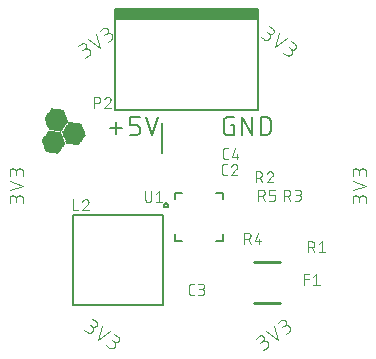
<source format=gbr>
G04 EAGLE Gerber RS-274X export*
G75*
%MOMM*%
%FSLAX34Y34*%
%LPD*%
%INSilkscreen Top*%
%IPPOS*%
%AMOC8*
5,1,8,0,0,1.08239X$1,22.5*%
G01*
%ADD10C,0.101600*%
%ADD11R,0.014731X0.014731*%
%ADD12R,0.147319X0.014731*%
%ADD13R,0.265175X0.014731*%
%ADD14R,0.383031X0.014731*%
%ADD15R,0.515619X0.014731*%
%ADD16R,0.633475X0.014731*%
%ADD17R,0.751331X0.014731*%
%ADD18R,0.883919X0.014731*%
%ADD19R,1.001775X0.014731*%
%ADD20R,1.119631X0.014731*%
%ADD21R,1.134363X0.014731*%
%ADD22R,1.149094X0.014731*%
%ADD23R,1.163825X0.014731*%
%ADD24R,1.178556X0.014731*%
%ADD25R,1.193288X0.014731*%
%ADD26R,1.222756X0.014731*%
%ADD27R,1.237488X0.014731*%
%ADD28R,1.266950X0.014731*%
%ADD29R,1.281681X0.014731*%
%ADD30R,1.311144X0.014731*%
%ADD31R,1.325881X0.014731*%
%ADD32R,1.355344X0.014731*%
%ADD33R,1.370075X0.014731*%
%ADD34R,1.384806X0.014731*%
%ADD35R,1.399538X0.014731*%
%ADD36R,1.414275X0.014731*%
%ADD37R,1.443738X0.014731*%
%ADD38R,1.458469X0.014731*%
%ADD39R,1.487931X0.014731*%
%ADD40R,1.502663X0.014731*%
%ADD41R,1.517394X0.014731*%
%ADD42R,1.532125X0.014731*%
%ADD43R,1.546856X0.014731*%
%ADD44R,1.576319X0.014731*%
%ADD45R,1.605788X0.014731*%
%ADD46R,1.620519X0.014731*%
%ADD47R,1.649981X0.014731*%
%ADD48R,1.664713X0.014731*%
%ADD49R,1.694175X0.014731*%
%ADD50R,1.708913X0.014731*%
%ADD51R,1.738375X0.014731*%
%ADD52R,1.753106X0.014731*%
%ADD53R,1.767838X0.014731*%
%ADD54R,1.782569X0.014731*%
%ADD55R,1.797306X0.014731*%
%ADD56R,0.117856X0.014731*%
%ADD57R,1.826769X0.014731*%
%ADD58R,0.235713X0.014731*%
%ADD59R,0.353569X0.014731*%
%ADD60R,1.856231X0.014731*%
%ADD61R,0.486156X0.014731*%
%ADD62R,1.870963X0.014731*%
%ADD63R,0.604013X0.014731*%
%ADD64R,0.721869X0.014731*%
%ADD65R,1.885694X0.014731*%
%ADD66R,0.839719X0.014731*%
%ADD67R,0.972306X0.014731*%
%ADD68R,1.090169X0.014731*%
%ADD69R,1.208025X0.014731*%
%ADD70R,1.252219X0.014731*%
%ADD71R,1.296412X0.014731*%
%ADD72R,1.340612X0.014731*%
%ADD73R,1.826763X0.014731*%
%ADD74R,1.414269X0.014731*%
%ADD75R,1.812031X0.014731*%
%ADD76R,1.429000X0.014731*%
%ADD77R,1.458462X0.014731*%
%ADD78R,1.473200X0.014731*%
%ADD79R,1.723644X0.014731*%
%ADD80R,1.694181X0.014731*%
%ADD81R,1.679450X0.014731*%
%ADD82R,1.561594X0.014731*%
%ADD83R,1.576325X0.014731*%
%ADD84R,1.591056X0.014731*%
%ADD85R,1.635250X0.014731*%
%ADD86R,1.561588X0.014731*%
%ADD87R,1.443731X0.014731*%
%ADD88R,1.797300X0.014731*%
%ADD89R,1.841500X0.014731*%
%ADD90R,1.311150X0.014731*%
%ADD91R,1.296419X0.014731*%
%ADD92R,1.193294X0.014731*%
%ADD93R,0.957575X0.014731*%
%ADD94R,0.589281X0.014731*%
%ADD95R,0.471425X0.014731*%
%ADD96R,0.220975X0.014731*%
%ADD97R,1.812038X0.014731*%
%ADD98R,0.103119X0.014731*%
%ADD99R,0.029463X0.014731*%
%ADD100R,0.162050X0.014731*%
%ADD101R,0.397763X0.014731*%
%ADD102R,0.648206X0.014731*%
%ADD103R,1.679444X0.014731*%
%ADD104R,1.016506X0.014731*%
%ADD105R,1.104900X0.014731*%
%ADD106R,1.222750X0.014731*%
%ADD107R,1.429006X0.014731*%
%ADD108R,1.208019X0.014731*%
%ADD109R,0.987044X0.014731*%
%ADD110R,0.854456X0.014731*%
%ADD111R,0.618744X0.014731*%
%ADD112R,0.500888X0.014731*%
%ADD113R,0.368300X0.014731*%
%ADD114R,0.132587X0.014731*%
%ADD115R,1.664719X0.014731*%
%ADD116R,1.075438X0.014731*%
%ADD117R,0.942844X0.014731*%
%ADD118R,0.707131X0.014731*%
%ADD119R,0.456694X0.014731*%
%ADD120R,0.088388X0.014731*%
%ADD121C,0.127000*%
%ADD122C,0.076200*%
%ADD123R,12.200000X0.930000*%
%ADD124C,0.254000*%
%ADD125C,0.152400*%


D10*
X407928Y472032D02*
X410586Y470170D01*
X410680Y470107D01*
X410776Y470047D01*
X410874Y469990D01*
X410974Y469937D01*
X411076Y469887D01*
X411180Y469841D01*
X411285Y469799D01*
X411391Y469760D01*
X411499Y469725D01*
X411608Y469694D01*
X411718Y469666D01*
X411829Y469643D01*
X411940Y469623D01*
X412052Y469607D01*
X412165Y469595D01*
X412278Y469587D01*
X412391Y469583D01*
X412505Y469583D01*
X412618Y469587D01*
X412731Y469595D01*
X412844Y469607D01*
X412956Y469623D01*
X413067Y469643D01*
X413178Y469666D01*
X413288Y469694D01*
X413397Y469725D01*
X413505Y469760D01*
X413611Y469799D01*
X413716Y469841D01*
X413820Y469887D01*
X413922Y469937D01*
X414022Y469990D01*
X414120Y470047D01*
X414216Y470107D01*
X414310Y470170D01*
X414401Y470237D01*
X414491Y470306D01*
X414578Y470379D01*
X414662Y470455D01*
X414743Y470534D01*
X414822Y470615D01*
X414898Y470699D01*
X414971Y470786D01*
X415040Y470876D01*
X415107Y470967D01*
X415170Y471061D01*
X415230Y471157D01*
X415287Y471255D01*
X415340Y471355D01*
X415390Y471457D01*
X415436Y471561D01*
X415478Y471666D01*
X415517Y471772D01*
X415552Y471880D01*
X415583Y471989D01*
X415611Y472099D01*
X415634Y472210D01*
X415654Y472321D01*
X415670Y472433D01*
X415682Y472546D01*
X415690Y472659D01*
X415694Y472772D01*
X415694Y472886D01*
X415690Y472999D01*
X415682Y473112D01*
X415670Y473225D01*
X415654Y473337D01*
X415634Y473448D01*
X415611Y473559D01*
X415583Y473669D01*
X415552Y473778D01*
X415517Y473886D01*
X415478Y473992D01*
X415436Y474097D01*
X415390Y474201D01*
X415340Y474303D01*
X415287Y474403D01*
X415230Y474501D01*
X415170Y474597D01*
X415107Y474691D01*
X415040Y474782D01*
X414971Y474872D01*
X414898Y474959D01*
X414822Y475043D01*
X414743Y475124D01*
X414662Y475203D01*
X414578Y475279D01*
X414491Y475352D01*
X414402Y475421D01*
X414310Y475488D01*
X417820Y479369D02*
X414629Y481603D01*
X417819Y479369D02*
X417900Y479309D01*
X417979Y479247D01*
X418056Y479181D01*
X418130Y479113D01*
X418201Y479042D01*
X418269Y478968D01*
X418335Y478891D01*
X418397Y478812D01*
X418457Y478731D01*
X418513Y478647D01*
X418566Y478562D01*
X418615Y478474D01*
X418661Y478385D01*
X418704Y478293D01*
X418743Y478200D01*
X418778Y478106D01*
X418810Y478011D01*
X418838Y477914D01*
X418862Y477816D01*
X418882Y477718D01*
X418899Y477618D01*
X418911Y477518D01*
X418920Y477418D01*
X418925Y477318D01*
X418926Y477217D01*
X418923Y477116D01*
X418916Y477016D01*
X418905Y476916D01*
X418891Y476816D01*
X418872Y476717D01*
X418850Y476619D01*
X418824Y476522D01*
X418794Y476425D01*
X418761Y476331D01*
X418724Y476237D01*
X418683Y476145D01*
X418638Y476054D01*
X418591Y475966D01*
X418539Y475879D01*
X418485Y475795D01*
X418427Y475712D01*
X418366Y475632D01*
X418302Y475554D01*
X418235Y475479D01*
X418166Y475406D01*
X418093Y475337D01*
X418018Y475270D01*
X417940Y475206D01*
X417860Y475145D01*
X417777Y475087D01*
X417693Y475033D01*
X417606Y474981D01*
X417518Y474934D01*
X417427Y474889D01*
X417335Y474848D01*
X417241Y474811D01*
X417147Y474778D01*
X417050Y474748D01*
X416953Y474722D01*
X416855Y474700D01*
X416756Y474681D01*
X416656Y474667D01*
X416556Y474656D01*
X416456Y474649D01*
X416355Y474646D01*
X416254Y474647D01*
X416154Y474652D01*
X416054Y474661D01*
X415954Y474673D01*
X415854Y474690D01*
X415756Y474710D01*
X415658Y474734D01*
X415561Y474762D01*
X415466Y474794D01*
X415372Y474829D01*
X415279Y474868D01*
X415187Y474911D01*
X415098Y474957D01*
X415010Y475006D01*
X414925Y475059D01*
X414841Y475115D01*
X412714Y476605D01*
X423460Y475419D02*
X419949Y463614D01*
X429841Y470952D01*
X426653Y458920D02*
X429312Y457058D01*
X429406Y456995D01*
X429502Y456935D01*
X429600Y456878D01*
X429700Y456825D01*
X429802Y456775D01*
X429906Y456729D01*
X430011Y456687D01*
X430117Y456648D01*
X430225Y456613D01*
X430334Y456582D01*
X430444Y456554D01*
X430555Y456531D01*
X430666Y456511D01*
X430778Y456495D01*
X430891Y456483D01*
X431004Y456475D01*
X431117Y456471D01*
X431231Y456471D01*
X431344Y456475D01*
X431457Y456483D01*
X431570Y456495D01*
X431682Y456511D01*
X431793Y456531D01*
X431904Y456554D01*
X432014Y456582D01*
X432123Y456613D01*
X432231Y456648D01*
X432337Y456687D01*
X432442Y456729D01*
X432546Y456775D01*
X432648Y456825D01*
X432748Y456878D01*
X432846Y456935D01*
X432942Y456995D01*
X433036Y457058D01*
X433127Y457125D01*
X433217Y457194D01*
X433304Y457267D01*
X433388Y457343D01*
X433469Y457422D01*
X433548Y457503D01*
X433624Y457587D01*
X433697Y457674D01*
X433766Y457764D01*
X433833Y457855D01*
X433896Y457949D01*
X433956Y458045D01*
X434013Y458143D01*
X434066Y458243D01*
X434116Y458345D01*
X434162Y458449D01*
X434204Y458554D01*
X434243Y458660D01*
X434278Y458768D01*
X434309Y458877D01*
X434337Y458987D01*
X434360Y459098D01*
X434380Y459209D01*
X434396Y459321D01*
X434408Y459434D01*
X434416Y459547D01*
X434420Y459660D01*
X434420Y459774D01*
X434416Y459887D01*
X434408Y460000D01*
X434396Y460113D01*
X434380Y460225D01*
X434360Y460336D01*
X434337Y460447D01*
X434309Y460557D01*
X434278Y460666D01*
X434243Y460774D01*
X434204Y460880D01*
X434162Y460985D01*
X434116Y461089D01*
X434066Y461191D01*
X434013Y461291D01*
X433956Y461389D01*
X433896Y461485D01*
X433833Y461579D01*
X433766Y461670D01*
X433697Y461760D01*
X433624Y461847D01*
X433548Y461931D01*
X433469Y462012D01*
X433388Y462091D01*
X433304Y462167D01*
X433217Y462240D01*
X433128Y462309D01*
X433036Y462376D01*
X436545Y466257D02*
X433355Y468491D01*
X436545Y466257D02*
X436626Y466197D01*
X436705Y466135D01*
X436782Y466069D01*
X436856Y466001D01*
X436927Y465930D01*
X436995Y465856D01*
X437061Y465779D01*
X437123Y465700D01*
X437183Y465619D01*
X437239Y465535D01*
X437292Y465450D01*
X437341Y465362D01*
X437387Y465273D01*
X437430Y465181D01*
X437469Y465088D01*
X437504Y464994D01*
X437536Y464899D01*
X437564Y464802D01*
X437588Y464704D01*
X437608Y464606D01*
X437625Y464506D01*
X437637Y464406D01*
X437646Y464306D01*
X437651Y464206D01*
X437652Y464105D01*
X437649Y464004D01*
X437642Y463904D01*
X437631Y463804D01*
X437617Y463704D01*
X437598Y463605D01*
X437576Y463507D01*
X437550Y463410D01*
X437520Y463313D01*
X437487Y463219D01*
X437450Y463125D01*
X437409Y463033D01*
X437364Y462942D01*
X437317Y462854D01*
X437265Y462767D01*
X437211Y462683D01*
X437153Y462600D01*
X437092Y462520D01*
X437028Y462442D01*
X436961Y462367D01*
X436892Y462294D01*
X436819Y462225D01*
X436744Y462158D01*
X436666Y462094D01*
X436586Y462033D01*
X436503Y461975D01*
X436419Y461921D01*
X436332Y461869D01*
X436244Y461822D01*
X436153Y461777D01*
X436061Y461736D01*
X435967Y461699D01*
X435873Y461666D01*
X435776Y461636D01*
X435679Y461610D01*
X435581Y461588D01*
X435482Y461569D01*
X435382Y461555D01*
X435282Y461544D01*
X435182Y461537D01*
X435081Y461534D01*
X434980Y461535D01*
X434880Y461540D01*
X434780Y461549D01*
X434680Y461561D01*
X434580Y461578D01*
X434482Y461598D01*
X434384Y461622D01*
X434287Y461650D01*
X434192Y461682D01*
X434098Y461717D01*
X434005Y461756D01*
X433913Y461799D01*
X433824Y461845D01*
X433736Y461894D01*
X433651Y461947D01*
X433567Y462003D01*
X431440Y463493D01*
X497242Y334770D02*
X497242Y331524D01*
X497242Y334770D02*
X497240Y334883D01*
X497234Y334996D01*
X497224Y335109D01*
X497210Y335222D01*
X497193Y335334D01*
X497171Y335445D01*
X497146Y335555D01*
X497116Y335665D01*
X497083Y335773D01*
X497046Y335880D01*
X497006Y335986D01*
X496961Y336090D01*
X496913Y336193D01*
X496862Y336294D01*
X496807Y336393D01*
X496749Y336490D01*
X496687Y336585D01*
X496622Y336678D01*
X496554Y336768D01*
X496483Y336856D01*
X496408Y336942D01*
X496331Y337025D01*
X496251Y337105D01*
X496168Y337182D01*
X496082Y337257D01*
X495994Y337328D01*
X495904Y337396D01*
X495811Y337461D01*
X495716Y337523D01*
X495619Y337581D01*
X495520Y337636D01*
X495419Y337687D01*
X495316Y337735D01*
X495212Y337780D01*
X495106Y337820D01*
X494999Y337857D01*
X494891Y337890D01*
X494781Y337920D01*
X494671Y337945D01*
X494560Y337967D01*
X494448Y337984D01*
X494335Y337998D01*
X494222Y338008D01*
X494109Y338014D01*
X493996Y338016D01*
X493883Y338014D01*
X493770Y338008D01*
X493657Y337998D01*
X493544Y337984D01*
X493432Y337967D01*
X493321Y337945D01*
X493211Y337920D01*
X493101Y337890D01*
X492993Y337857D01*
X492886Y337820D01*
X492780Y337780D01*
X492676Y337735D01*
X492573Y337687D01*
X492472Y337636D01*
X492373Y337581D01*
X492276Y337523D01*
X492181Y337461D01*
X492088Y337396D01*
X491998Y337328D01*
X491910Y337257D01*
X491824Y337182D01*
X491741Y337105D01*
X491661Y337025D01*
X491584Y336942D01*
X491509Y336856D01*
X491438Y336768D01*
X491370Y336678D01*
X491305Y336585D01*
X491243Y336490D01*
X491185Y336393D01*
X491130Y336294D01*
X491079Y336193D01*
X491031Y336090D01*
X490986Y335986D01*
X490946Y335880D01*
X490909Y335773D01*
X490876Y335665D01*
X490846Y335555D01*
X490821Y335445D01*
X490799Y335334D01*
X490782Y335222D01*
X490768Y335109D01*
X490758Y334996D01*
X490752Y334883D01*
X490750Y334770D01*
X485558Y335419D02*
X485558Y331524D01*
X485558Y335419D02*
X485560Y335520D01*
X485566Y335620D01*
X485576Y335720D01*
X485589Y335820D01*
X485607Y335919D01*
X485628Y336018D01*
X485653Y336115D01*
X485682Y336212D01*
X485715Y336307D01*
X485751Y336401D01*
X485791Y336493D01*
X485834Y336584D01*
X485881Y336673D01*
X485931Y336760D01*
X485985Y336846D01*
X486042Y336929D01*
X486102Y337009D01*
X486165Y337088D01*
X486232Y337164D01*
X486301Y337237D01*
X486373Y337307D01*
X486447Y337375D01*
X486524Y337440D01*
X486604Y337501D01*
X486686Y337560D01*
X486770Y337615D01*
X486856Y337667D01*
X486944Y337716D01*
X487034Y337761D01*
X487126Y337803D01*
X487219Y337841D01*
X487314Y337875D01*
X487409Y337906D01*
X487506Y337933D01*
X487604Y337956D01*
X487703Y337976D01*
X487803Y337991D01*
X487903Y338003D01*
X488003Y338011D01*
X488104Y338015D01*
X488204Y338015D01*
X488305Y338011D01*
X488405Y338003D01*
X488505Y337991D01*
X488605Y337976D01*
X488704Y337956D01*
X488802Y337933D01*
X488899Y337906D01*
X488994Y337875D01*
X489089Y337841D01*
X489182Y337803D01*
X489274Y337761D01*
X489364Y337716D01*
X489452Y337667D01*
X489538Y337615D01*
X489622Y337560D01*
X489704Y337501D01*
X489784Y337440D01*
X489861Y337375D01*
X489935Y337307D01*
X490007Y337237D01*
X490076Y337164D01*
X490143Y337088D01*
X490206Y337009D01*
X490266Y336929D01*
X490323Y336846D01*
X490377Y336760D01*
X490427Y336673D01*
X490474Y336584D01*
X490517Y336493D01*
X490557Y336401D01*
X490593Y336307D01*
X490626Y336212D01*
X490655Y336115D01*
X490680Y336018D01*
X490701Y335919D01*
X490719Y335820D01*
X490732Y335720D01*
X490742Y335620D01*
X490748Y335520D01*
X490750Y335419D01*
X490751Y335419D02*
X490751Y332823D01*
X485558Y342305D02*
X497242Y346200D01*
X485558Y350095D01*
X497242Y354384D02*
X497242Y357630D01*
X497240Y357743D01*
X497234Y357856D01*
X497224Y357969D01*
X497210Y358082D01*
X497193Y358194D01*
X497171Y358305D01*
X497146Y358415D01*
X497116Y358525D01*
X497083Y358633D01*
X497046Y358740D01*
X497006Y358846D01*
X496961Y358950D01*
X496913Y359053D01*
X496862Y359154D01*
X496807Y359253D01*
X496749Y359350D01*
X496687Y359445D01*
X496622Y359538D01*
X496554Y359628D01*
X496483Y359716D01*
X496408Y359802D01*
X496331Y359885D01*
X496251Y359965D01*
X496168Y360042D01*
X496082Y360117D01*
X495994Y360188D01*
X495904Y360256D01*
X495811Y360321D01*
X495716Y360383D01*
X495619Y360441D01*
X495520Y360496D01*
X495419Y360547D01*
X495316Y360595D01*
X495212Y360640D01*
X495106Y360680D01*
X494999Y360717D01*
X494891Y360750D01*
X494781Y360780D01*
X494671Y360805D01*
X494560Y360827D01*
X494448Y360844D01*
X494335Y360858D01*
X494222Y360868D01*
X494109Y360874D01*
X493996Y360876D01*
X493883Y360874D01*
X493770Y360868D01*
X493657Y360858D01*
X493544Y360844D01*
X493432Y360827D01*
X493321Y360805D01*
X493211Y360780D01*
X493101Y360750D01*
X492993Y360717D01*
X492886Y360680D01*
X492780Y360640D01*
X492676Y360595D01*
X492573Y360547D01*
X492472Y360496D01*
X492373Y360441D01*
X492276Y360383D01*
X492181Y360321D01*
X492088Y360256D01*
X491998Y360188D01*
X491910Y360117D01*
X491824Y360042D01*
X491741Y359965D01*
X491661Y359885D01*
X491584Y359802D01*
X491509Y359716D01*
X491438Y359628D01*
X491370Y359538D01*
X491305Y359445D01*
X491243Y359350D01*
X491185Y359253D01*
X491130Y359154D01*
X491079Y359053D01*
X491031Y358950D01*
X490986Y358846D01*
X490946Y358740D01*
X490909Y358633D01*
X490876Y358525D01*
X490846Y358415D01*
X490821Y358305D01*
X490799Y358194D01*
X490782Y358082D01*
X490768Y357969D01*
X490758Y357856D01*
X490752Y357743D01*
X490750Y357630D01*
X485558Y358279D02*
X485558Y354384D01*
X485558Y358279D02*
X485560Y358380D01*
X485566Y358480D01*
X485576Y358580D01*
X485589Y358680D01*
X485607Y358779D01*
X485628Y358878D01*
X485653Y358975D01*
X485682Y359072D01*
X485715Y359167D01*
X485751Y359261D01*
X485791Y359353D01*
X485834Y359444D01*
X485881Y359533D01*
X485931Y359620D01*
X485985Y359706D01*
X486042Y359789D01*
X486102Y359869D01*
X486165Y359948D01*
X486232Y360024D01*
X486301Y360097D01*
X486373Y360167D01*
X486447Y360235D01*
X486524Y360300D01*
X486604Y360361D01*
X486686Y360420D01*
X486770Y360475D01*
X486856Y360527D01*
X486944Y360576D01*
X487034Y360621D01*
X487126Y360663D01*
X487219Y360701D01*
X487314Y360735D01*
X487409Y360766D01*
X487506Y360793D01*
X487604Y360816D01*
X487703Y360836D01*
X487803Y360851D01*
X487903Y360863D01*
X488003Y360871D01*
X488104Y360875D01*
X488204Y360875D01*
X488305Y360871D01*
X488405Y360863D01*
X488505Y360851D01*
X488605Y360836D01*
X488704Y360816D01*
X488802Y360793D01*
X488899Y360766D01*
X488994Y360735D01*
X489089Y360701D01*
X489182Y360663D01*
X489274Y360621D01*
X489364Y360576D01*
X489452Y360527D01*
X489538Y360475D01*
X489622Y360420D01*
X489704Y360361D01*
X489784Y360300D01*
X489861Y360235D01*
X489935Y360167D01*
X490007Y360097D01*
X490076Y360024D01*
X490143Y359948D01*
X490206Y359869D01*
X490266Y359789D01*
X490323Y359706D01*
X490377Y359620D01*
X490427Y359533D01*
X490474Y359444D01*
X490517Y359353D01*
X490557Y359261D01*
X490593Y359167D01*
X490626Y359072D01*
X490655Y358975D01*
X490680Y358878D01*
X490701Y358779D01*
X490719Y358680D01*
X490732Y358580D01*
X490742Y358480D01*
X490748Y358380D01*
X490750Y358279D01*
X490751Y358279D02*
X490751Y355683D01*
X412788Y209159D02*
X410129Y207297D01*
X412788Y209158D02*
X412879Y209225D01*
X412969Y209294D01*
X413056Y209367D01*
X413140Y209443D01*
X413221Y209522D01*
X413300Y209603D01*
X413376Y209687D01*
X413449Y209774D01*
X413518Y209864D01*
X413585Y209955D01*
X413648Y210049D01*
X413708Y210145D01*
X413765Y210243D01*
X413818Y210343D01*
X413868Y210445D01*
X413914Y210549D01*
X413956Y210654D01*
X413995Y210760D01*
X414030Y210868D01*
X414061Y210977D01*
X414089Y211087D01*
X414112Y211198D01*
X414132Y211309D01*
X414148Y211421D01*
X414160Y211534D01*
X414168Y211647D01*
X414172Y211760D01*
X414172Y211874D01*
X414168Y211987D01*
X414160Y212100D01*
X414148Y212213D01*
X414132Y212325D01*
X414112Y212436D01*
X414089Y212547D01*
X414061Y212657D01*
X414030Y212766D01*
X413995Y212874D01*
X413956Y212980D01*
X413914Y213085D01*
X413868Y213189D01*
X413818Y213291D01*
X413765Y213391D01*
X413708Y213489D01*
X413648Y213585D01*
X413585Y213679D01*
X413518Y213770D01*
X413449Y213860D01*
X413376Y213947D01*
X413300Y214031D01*
X413221Y214112D01*
X413140Y214191D01*
X413056Y214267D01*
X412969Y214340D01*
X412880Y214409D01*
X412788Y214476D01*
X412694Y214539D01*
X412598Y214599D01*
X412500Y214656D01*
X412400Y214709D01*
X412298Y214759D01*
X412194Y214805D01*
X412089Y214847D01*
X411983Y214886D01*
X411875Y214921D01*
X411766Y214952D01*
X411656Y214980D01*
X411545Y215003D01*
X411434Y215023D01*
X411322Y215039D01*
X411209Y215051D01*
X411096Y215059D01*
X410983Y215063D01*
X410869Y215063D01*
X410756Y215059D01*
X410643Y215051D01*
X410530Y215039D01*
X410418Y215023D01*
X410307Y215003D01*
X410196Y214980D01*
X410086Y214952D01*
X409977Y214921D01*
X409869Y214886D01*
X409763Y214847D01*
X409658Y214805D01*
X409554Y214759D01*
X409452Y214709D01*
X409352Y214656D01*
X409254Y214599D01*
X409158Y214539D01*
X409064Y214476D01*
X406618Y219102D02*
X403428Y216868D01*
X406618Y219102D02*
X406702Y219158D01*
X406787Y219211D01*
X406875Y219260D01*
X406964Y219306D01*
X407056Y219349D01*
X407149Y219388D01*
X407243Y219423D01*
X407338Y219455D01*
X407435Y219483D01*
X407533Y219507D01*
X407631Y219527D01*
X407731Y219544D01*
X407831Y219556D01*
X407931Y219565D01*
X408032Y219570D01*
X408132Y219571D01*
X408233Y219568D01*
X408333Y219561D01*
X408433Y219550D01*
X408533Y219536D01*
X408632Y219517D01*
X408730Y219495D01*
X408827Y219469D01*
X408924Y219439D01*
X409019Y219406D01*
X409112Y219369D01*
X409204Y219328D01*
X409295Y219283D01*
X409383Y219236D01*
X409470Y219184D01*
X409554Y219130D01*
X409637Y219072D01*
X409717Y219011D01*
X409795Y218947D01*
X409870Y218880D01*
X409943Y218811D01*
X410012Y218738D01*
X410079Y218663D01*
X410143Y218585D01*
X410204Y218505D01*
X410262Y218422D01*
X410316Y218338D01*
X410368Y218251D01*
X410415Y218163D01*
X410460Y218072D01*
X410501Y217980D01*
X410538Y217886D01*
X410571Y217792D01*
X410601Y217695D01*
X410627Y217598D01*
X410649Y217500D01*
X410668Y217401D01*
X410682Y217301D01*
X410693Y217201D01*
X410700Y217101D01*
X410703Y217000D01*
X410702Y216900D01*
X410697Y216799D01*
X410688Y216699D01*
X410676Y216599D01*
X410659Y216499D01*
X410639Y216401D01*
X410615Y216303D01*
X410587Y216206D01*
X410555Y216111D01*
X410520Y216017D01*
X410481Y215924D01*
X410438Y215832D01*
X410392Y215743D01*
X410343Y215655D01*
X410290Y215570D01*
X410234Y215486D01*
X410174Y215405D01*
X410112Y215326D01*
X410046Y215249D01*
X409978Y215175D01*
X409907Y215104D01*
X409833Y215036D01*
X409756Y214970D01*
X409677Y214908D01*
X409596Y214848D01*
X407470Y213359D01*
X412259Y223052D02*
X422151Y215714D01*
X418639Y227519D01*
X428855Y220409D02*
X431514Y222270D01*
X431605Y222337D01*
X431695Y222406D01*
X431782Y222479D01*
X431866Y222555D01*
X431947Y222634D01*
X432026Y222715D01*
X432102Y222799D01*
X432175Y222886D01*
X432244Y222976D01*
X432311Y223067D01*
X432374Y223161D01*
X432434Y223257D01*
X432491Y223355D01*
X432544Y223455D01*
X432594Y223557D01*
X432640Y223661D01*
X432682Y223766D01*
X432721Y223872D01*
X432756Y223980D01*
X432787Y224089D01*
X432815Y224199D01*
X432838Y224310D01*
X432858Y224421D01*
X432874Y224533D01*
X432886Y224646D01*
X432894Y224759D01*
X432898Y224872D01*
X432898Y224986D01*
X432894Y225099D01*
X432886Y225212D01*
X432874Y225325D01*
X432858Y225437D01*
X432838Y225548D01*
X432815Y225659D01*
X432787Y225769D01*
X432756Y225878D01*
X432721Y225986D01*
X432682Y226092D01*
X432640Y226197D01*
X432594Y226301D01*
X432544Y226403D01*
X432491Y226503D01*
X432434Y226601D01*
X432374Y226697D01*
X432311Y226791D01*
X432244Y226882D01*
X432175Y226972D01*
X432102Y227059D01*
X432026Y227143D01*
X431947Y227224D01*
X431866Y227303D01*
X431782Y227379D01*
X431695Y227452D01*
X431606Y227521D01*
X431514Y227588D01*
X431420Y227651D01*
X431324Y227711D01*
X431226Y227768D01*
X431126Y227821D01*
X431024Y227871D01*
X430920Y227917D01*
X430815Y227959D01*
X430709Y227998D01*
X430601Y228033D01*
X430492Y228064D01*
X430382Y228092D01*
X430271Y228115D01*
X430160Y228135D01*
X430048Y228151D01*
X429935Y228163D01*
X429822Y228171D01*
X429709Y228175D01*
X429595Y228175D01*
X429482Y228171D01*
X429369Y228163D01*
X429256Y228151D01*
X429144Y228135D01*
X429033Y228115D01*
X428922Y228092D01*
X428812Y228064D01*
X428703Y228033D01*
X428595Y227998D01*
X428489Y227959D01*
X428384Y227917D01*
X428280Y227871D01*
X428178Y227821D01*
X428078Y227768D01*
X427980Y227711D01*
X427884Y227651D01*
X427790Y227588D01*
X425344Y232214D02*
X422153Y229980D01*
X425344Y232214D02*
X425428Y232270D01*
X425513Y232323D01*
X425601Y232372D01*
X425690Y232418D01*
X425782Y232461D01*
X425875Y232500D01*
X425969Y232535D01*
X426064Y232567D01*
X426161Y232595D01*
X426259Y232619D01*
X426357Y232639D01*
X426457Y232656D01*
X426557Y232668D01*
X426657Y232677D01*
X426758Y232682D01*
X426858Y232683D01*
X426959Y232680D01*
X427059Y232673D01*
X427159Y232662D01*
X427259Y232648D01*
X427358Y232629D01*
X427456Y232607D01*
X427553Y232581D01*
X427650Y232551D01*
X427745Y232518D01*
X427838Y232481D01*
X427930Y232440D01*
X428021Y232395D01*
X428109Y232348D01*
X428196Y232296D01*
X428280Y232242D01*
X428363Y232184D01*
X428443Y232123D01*
X428521Y232059D01*
X428596Y231992D01*
X428669Y231923D01*
X428738Y231850D01*
X428805Y231775D01*
X428869Y231697D01*
X428930Y231617D01*
X428988Y231534D01*
X429042Y231450D01*
X429094Y231363D01*
X429141Y231275D01*
X429186Y231184D01*
X429227Y231092D01*
X429264Y230998D01*
X429297Y230904D01*
X429327Y230807D01*
X429353Y230710D01*
X429375Y230612D01*
X429394Y230513D01*
X429408Y230413D01*
X429419Y230313D01*
X429426Y230213D01*
X429429Y230112D01*
X429428Y230012D01*
X429423Y229911D01*
X429414Y229811D01*
X429402Y229711D01*
X429385Y229611D01*
X429365Y229513D01*
X429341Y229415D01*
X429313Y229318D01*
X429281Y229223D01*
X429246Y229129D01*
X429207Y229036D01*
X429164Y228944D01*
X429118Y228855D01*
X429069Y228767D01*
X429016Y228682D01*
X428960Y228598D01*
X428900Y228517D01*
X428838Y228438D01*
X428772Y228361D01*
X428704Y228287D01*
X428633Y228216D01*
X428559Y228148D01*
X428482Y228082D01*
X428403Y228020D01*
X428322Y227960D01*
X426195Y226471D01*
X260886Y222270D02*
X258228Y224132D01*
X260886Y222270D02*
X260980Y222207D01*
X261076Y222147D01*
X261174Y222090D01*
X261274Y222037D01*
X261376Y221987D01*
X261480Y221941D01*
X261585Y221899D01*
X261691Y221860D01*
X261799Y221825D01*
X261908Y221794D01*
X262018Y221766D01*
X262129Y221743D01*
X262240Y221723D01*
X262352Y221707D01*
X262465Y221695D01*
X262578Y221687D01*
X262691Y221683D01*
X262805Y221683D01*
X262918Y221687D01*
X263031Y221695D01*
X263144Y221707D01*
X263256Y221723D01*
X263367Y221743D01*
X263478Y221766D01*
X263588Y221794D01*
X263697Y221825D01*
X263805Y221860D01*
X263911Y221899D01*
X264016Y221941D01*
X264120Y221987D01*
X264222Y222037D01*
X264322Y222090D01*
X264420Y222147D01*
X264516Y222207D01*
X264610Y222270D01*
X264701Y222337D01*
X264791Y222406D01*
X264878Y222479D01*
X264962Y222555D01*
X265043Y222634D01*
X265122Y222715D01*
X265198Y222799D01*
X265271Y222886D01*
X265340Y222976D01*
X265407Y223067D01*
X265470Y223161D01*
X265530Y223257D01*
X265587Y223355D01*
X265640Y223455D01*
X265690Y223557D01*
X265736Y223661D01*
X265778Y223766D01*
X265817Y223872D01*
X265852Y223980D01*
X265883Y224089D01*
X265911Y224199D01*
X265934Y224310D01*
X265954Y224421D01*
X265970Y224533D01*
X265982Y224646D01*
X265990Y224759D01*
X265994Y224872D01*
X265994Y224986D01*
X265990Y225099D01*
X265982Y225212D01*
X265970Y225325D01*
X265954Y225437D01*
X265934Y225548D01*
X265911Y225659D01*
X265883Y225769D01*
X265852Y225878D01*
X265817Y225986D01*
X265778Y226092D01*
X265736Y226197D01*
X265690Y226301D01*
X265640Y226403D01*
X265587Y226503D01*
X265530Y226601D01*
X265470Y226697D01*
X265407Y226791D01*
X265340Y226882D01*
X265271Y226972D01*
X265198Y227059D01*
X265122Y227143D01*
X265043Y227224D01*
X264962Y227303D01*
X264878Y227379D01*
X264791Y227452D01*
X264702Y227521D01*
X264610Y227588D01*
X268120Y231469D02*
X264929Y233703D01*
X268119Y231469D02*
X268200Y231409D01*
X268279Y231347D01*
X268356Y231281D01*
X268430Y231213D01*
X268501Y231142D01*
X268569Y231068D01*
X268635Y230991D01*
X268697Y230912D01*
X268757Y230831D01*
X268813Y230747D01*
X268866Y230662D01*
X268915Y230574D01*
X268961Y230485D01*
X269004Y230393D01*
X269043Y230300D01*
X269078Y230206D01*
X269110Y230111D01*
X269138Y230014D01*
X269162Y229916D01*
X269182Y229818D01*
X269199Y229718D01*
X269211Y229618D01*
X269220Y229518D01*
X269225Y229418D01*
X269226Y229317D01*
X269223Y229216D01*
X269216Y229116D01*
X269205Y229016D01*
X269191Y228916D01*
X269172Y228817D01*
X269150Y228719D01*
X269124Y228622D01*
X269094Y228525D01*
X269061Y228431D01*
X269024Y228337D01*
X268983Y228245D01*
X268938Y228154D01*
X268891Y228066D01*
X268839Y227979D01*
X268785Y227895D01*
X268727Y227812D01*
X268666Y227732D01*
X268602Y227654D01*
X268535Y227579D01*
X268466Y227506D01*
X268393Y227437D01*
X268318Y227370D01*
X268240Y227306D01*
X268160Y227245D01*
X268077Y227187D01*
X267993Y227133D01*
X267906Y227081D01*
X267818Y227034D01*
X267727Y226989D01*
X267635Y226948D01*
X267541Y226911D01*
X267447Y226878D01*
X267350Y226848D01*
X267253Y226822D01*
X267155Y226800D01*
X267056Y226781D01*
X266956Y226767D01*
X266856Y226756D01*
X266756Y226749D01*
X266655Y226746D01*
X266554Y226747D01*
X266454Y226752D01*
X266354Y226761D01*
X266254Y226773D01*
X266154Y226790D01*
X266056Y226810D01*
X265958Y226834D01*
X265861Y226862D01*
X265766Y226894D01*
X265672Y226929D01*
X265579Y226968D01*
X265487Y227011D01*
X265398Y227057D01*
X265310Y227106D01*
X265225Y227159D01*
X265141Y227215D01*
X263014Y228705D01*
X273760Y227519D02*
X270249Y215714D01*
X280141Y223052D01*
X276953Y211020D02*
X279612Y209158D01*
X279706Y209095D01*
X279802Y209035D01*
X279900Y208978D01*
X280000Y208925D01*
X280102Y208875D01*
X280206Y208829D01*
X280311Y208787D01*
X280417Y208748D01*
X280525Y208713D01*
X280634Y208682D01*
X280744Y208654D01*
X280855Y208631D01*
X280966Y208611D01*
X281078Y208595D01*
X281191Y208583D01*
X281304Y208575D01*
X281417Y208571D01*
X281531Y208571D01*
X281644Y208575D01*
X281757Y208583D01*
X281870Y208595D01*
X281982Y208611D01*
X282093Y208631D01*
X282204Y208654D01*
X282314Y208682D01*
X282423Y208713D01*
X282531Y208748D01*
X282637Y208787D01*
X282742Y208829D01*
X282846Y208875D01*
X282948Y208925D01*
X283048Y208978D01*
X283146Y209035D01*
X283242Y209095D01*
X283336Y209158D01*
X283427Y209225D01*
X283517Y209294D01*
X283604Y209367D01*
X283688Y209443D01*
X283769Y209522D01*
X283848Y209603D01*
X283924Y209687D01*
X283997Y209774D01*
X284066Y209864D01*
X284133Y209955D01*
X284196Y210049D01*
X284256Y210145D01*
X284313Y210243D01*
X284366Y210343D01*
X284416Y210445D01*
X284462Y210549D01*
X284504Y210654D01*
X284543Y210760D01*
X284578Y210868D01*
X284609Y210977D01*
X284637Y211087D01*
X284660Y211198D01*
X284680Y211309D01*
X284696Y211421D01*
X284708Y211534D01*
X284716Y211647D01*
X284720Y211760D01*
X284720Y211874D01*
X284716Y211987D01*
X284708Y212100D01*
X284696Y212213D01*
X284680Y212325D01*
X284660Y212436D01*
X284637Y212547D01*
X284609Y212657D01*
X284578Y212766D01*
X284543Y212874D01*
X284504Y212980D01*
X284462Y213085D01*
X284416Y213189D01*
X284366Y213291D01*
X284313Y213391D01*
X284256Y213489D01*
X284196Y213585D01*
X284133Y213679D01*
X284066Y213770D01*
X283997Y213860D01*
X283924Y213947D01*
X283848Y214031D01*
X283769Y214112D01*
X283688Y214191D01*
X283604Y214267D01*
X283517Y214340D01*
X283428Y214409D01*
X283336Y214476D01*
X286845Y218357D02*
X283655Y220591D01*
X286845Y218357D02*
X286926Y218297D01*
X287005Y218235D01*
X287082Y218169D01*
X287156Y218101D01*
X287227Y218030D01*
X287295Y217956D01*
X287361Y217879D01*
X287423Y217800D01*
X287483Y217719D01*
X287539Y217635D01*
X287592Y217550D01*
X287641Y217462D01*
X287687Y217373D01*
X287730Y217281D01*
X287769Y217188D01*
X287804Y217094D01*
X287836Y216999D01*
X287864Y216902D01*
X287888Y216804D01*
X287908Y216706D01*
X287925Y216606D01*
X287937Y216506D01*
X287946Y216406D01*
X287951Y216306D01*
X287952Y216205D01*
X287949Y216104D01*
X287942Y216004D01*
X287931Y215904D01*
X287917Y215804D01*
X287898Y215705D01*
X287876Y215607D01*
X287850Y215510D01*
X287820Y215413D01*
X287787Y215319D01*
X287750Y215225D01*
X287709Y215133D01*
X287664Y215042D01*
X287617Y214954D01*
X287565Y214867D01*
X287511Y214783D01*
X287453Y214700D01*
X287392Y214620D01*
X287328Y214542D01*
X287261Y214467D01*
X287192Y214394D01*
X287119Y214325D01*
X287044Y214258D01*
X286966Y214194D01*
X286886Y214133D01*
X286803Y214075D01*
X286719Y214021D01*
X286632Y213969D01*
X286544Y213922D01*
X286453Y213877D01*
X286361Y213836D01*
X286267Y213799D01*
X286173Y213766D01*
X286076Y213736D01*
X285979Y213710D01*
X285881Y213688D01*
X285782Y213669D01*
X285682Y213655D01*
X285582Y213644D01*
X285482Y213637D01*
X285381Y213634D01*
X285280Y213635D01*
X285180Y213640D01*
X285080Y213649D01*
X284980Y213661D01*
X284880Y213678D01*
X284782Y213698D01*
X284684Y213722D01*
X284587Y213750D01*
X284492Y213782D01*
X284398Y213817D01*
X284305Y213856D01*
X284213Y213899D01*
X284124Y213945D01*
X284036Y213994D01*
X283951Y214047D01*
X283867Y214103D01*
X281740Y215593D01*
X206842Y331524D02*
X206842Y334770D01*
X206840Y334883D01*
X206834Y334996D01*
X206824Y335109D01*
X206810Y335222D01*
X206793Y335334D01*
X206771Y335445D01*
X206746Y335555D01*
X206716Y335665D01*
X206683Y335773D01*
X206646Y335880D01*
X206606Y335986D01*
X206561Y336090D01*
X206513Y336193D01*
X206462Y336294D01*
X206407Y336393D01*
X206349Y336490D01*
X206287Y336585D01*
X206222Y336678D01*
X206154Y336768D01*
X206083Y336856D01*
X206008Y336942D01*
X205931Y337025D01*
X205851Y337105D01*
X205768Y337182D01*
X205682Y337257D01*
X205594Y337328D01*
X205504Y337396D01*
X205411Y337461D01*
X205316Y337523D01*
X205219Y337581D01*
X205120Y337636D01*
X205019Y337687D01*
X204916Y337735D01*
X204812Y337780D01*
X204706Y337820D01*
X204599Y337857D01*
X204491Y337890D01*
X204381Y337920D01*
X204271Y337945D01*
X204160Y337967D01*
X204048Y337984D01*
X203935Y337998D01*
X203822Y338008D01*
X203709Y338014D01*
X203596Y338016D01*
X203483Y338014D01*
X203370Y338008D01*
X203257Y337998D01*
X203144Y337984D01*
X203032Y337967D01*
X202921Y337945D01*
X202811Y337920D01*
X202701Y337890D01*
X202593Y337857D01*
X202486Y337820D01*
X202380Y337780D01*
X202276Y337735D01*
X202173Y337687D01*
X202072Y337636D01*
X201973Y337581D01*
X201876Y337523D01*
X201781Y337461D01*
X201688Y337396D01*
X201598Y337328D01*
X201510Y337257D01*
X201424Y337182D01*
X201341Y337105D01*
X201261Y337025D01*
X201184Y336942D01*
X201109Y336856D01*
X201038Y336768D01*
X200970Y336678D01*
X200905Y336585D01*
X200843Y336490D01*
X200785Y336393D01*
X200730Y336294D01*
X200679Y336193D01*
X200631Y336090D01*
X200586Y335986D01*
X200546Y335880D01*
X200509Y335773D01*
X200476Y335665D01*
X200446Y335555D01*
X200421Y335445D01*
X200399Y335334D01*
X200382Y335222D01*
X200368Y335109D01*
X200358Y334996D01*
X200352Y334883D01*
X200350Y334770D01*
X195158Y335419D02*
X195158Y331524D01*
X195158Y335419D02*
X195160Y335520D01*
X195166Y335620D01*
X195176Y335720D01*
X195189Y335820D01*
X195207Y335919D01*
X195228Y336018D01*
X195253Y336115D01*
X195282Y336212D01*
X195315Y336307D01*
X195351Y336401D01*
X195391Y336493D01*
X195434Y336584D01*
X195481Y336673D01*
X195531Y336760D01*
X195585Y336846D01*
X195642Y336929D01*
X195702Y337009D01*
X195765Y337088D01*
X195832Y337164D01*
X195901Y337237D01*
X195973Y337307D01*
X196047Y337375D01*
X196124Y337440D01*
X196204Y337501D01*
X196286Y337560D01*
X196370Y337615D01*
X196456Y337667D01*
X196544Y337716D01*
X196634Y337761D01*
X196726Y337803D01*
X196819Y337841D01*
X196914Y337875D01*
X197009Y337906D01*
X197106Y337933D01*
X197204Y337956D01*
X197303Y337976D01*
X197403Y337991D01*
X197503Y338003D01*
X197603Y338011D01*
X197704Y338015D01*
X197804Y338015D01*
X197905Y338011D01*
X198005Y338003D01*
X198105Y337991D01*
X198205Y337976D01*
X198304Y337956D01*
X198402Y337933D01*
X198499Y337906D01*
X198594Y337875D01*
X198689Y337841D01*
X198782Y337803D01*
X198874Y337761D01*
X198964Y337716D01*
X199052Y337667D01*
X199138Y337615D01*
X199222Y337560D01*
X199304Y337501D01*
X199384Y337440D01*
X199461Y337375D01*
X199535Y337307D01*
X199607Y337237D01*
X199676Y337164D01*
X199743Y337088D01*
X199806Y337009D01*
X199866Y336929D01*
X199923Y336846D01*
X199977Y336760D01*
X200027Y336673D01*
X200074Y336584D01*
X200117Y336493D01*
X200157Y336401D01*
X200193Y336307D01*
X200226Y336212D01*
X200255Y336115D01*
X200280Y336018D01*
X200301Y335919D01*
X200319Y335820D01*
X200332Y335720D01*
X200342Y335620D01*
X200348Y335520D01*
X200350Y335419D01*
X200351Y335419D02*
X200351Y332823D01*
X195158Y342305D02*
X206842Y346200D01*
X195158Y350095D01*
X206842Y354384D02*
X206842Y357630D01*
X206840Y357743D01*
X206834Y357856D01*
X206824Y357969D01*
X206810Y358082D01*
X206793Y358194D01*
X206771Y358305D01*
X206746Y358415D01*
X206716Y358525D01*
X206683Y358633D01*
X206646Y358740D01*
X206606Y358846D01*
X206561Y358950D01*
X206513Y359053D01*
X206462Y359154D01*
X206407Y359253D01*
X206349Y359350D01*
X206287Y359445D01*
X206222Y359538D01*
X206154Y359628D01*
X206083Y359716D01*
X206008Y359802D01*
X205931Y359885D01*
X205851Y359965D01*
X205768Y360042D01*
X205682Y360117D01*
X205594Y360188D01*
X205504Y360256D01*
X205411Y360321D01*
X205316Y360383D01*
X205219Y360441D01*
X205120Y360496D01*
X205019Y360547D01*
X204916Y360595D01*
X204812Y360640D01*
X204706Y360680D01*
X204599Y360717D01*
X204491Y360750D01*
X204381Y360780D01*
X204271Y360805D01*
X204160Y360827D01*
X204048Y360844D01*
X203935Y360858D01*
X203822Y360868D01*
X203709Y360874D01*
X203596Y360876D01*
X203483Y360874D01*
X203370Y360868D01*
X203257Y360858D01*
X203144Y360844D01*
X203032Y360827D01*
X202921Y360805D01*
X202811Y360780D01*
X202701Y360750D01*
X202593Y360717D01*
X202486Y360680D01*
X202380Y360640D01*
X202276Y360595D01*
X202173Y360547D01*
X202072Y360496D01*
X201973Y360441D01*
X201876Y360383D01*
X201781Y360321D01*
X201688Y360256D01*
X201598Y360188D01*
X201510Y360117D01*
X201424Y360042D01*
X201341Y359965D01*
X201261Y359885D01*
X201184Y359802D01*
X201109Y359716D01*
X201038Y359628D01*
X200970Y359538D01*
X200905Y359445D01*
X200843Y359350D01*
X200785Y359253D01*
X200730Y359154D01*
X200679Y359053D01*
X200631Y358950D01*
X200586Y358846D01*
X200546Y358740D01*
X200509Y358633D01*
X200476Y358525D01*
X200446Y358415D01*
X200421Y358305D01*
X200399Y358194D01*
X200382Y358082D01*
X200368Y357969D01*
X200358Y357856D01*
X200352Y357743D01*
X200350Y357630D01*
X195158Y358279D02*
X195158Y354384D01*
X195158Y358279D02*
X195160Y358380D01*
X195166Y358480D01*
X195176Y358580D01*
X195189Y358680D01*
X195207Y358779D01*
X195228Y358878D01*
X195253Y358975D01*
X195282Y359072D01*
X195315Y359167D01*
X195351Y359261D01*
X195391Y359353D01*
X195434Y359444D01*
X195481Y359533D01*
X195531Y359620D01*
X195585Y359706D01*
X195642Y359789D01*
X195702Y359869D01*
X195765Y359948D01*
X195832Y360024D01*
X195901Y360097D01*
X195973Y360167D01*
X196047Y360235D01*
X196124Y360300D01*
X196204Y360361D01*
X196286Y360420D01*
X196370Y360475D01*
X196456Y360527D01*
X196544Y360576D01*
X196634Y360621D01*
X196726Y360663D01*
X196819Y360701D01*
X196914Y360735D01*
X197009Y360766D01*
X197106Y360793D01*
X197204Y360816D01*
X197303Y360836D01*
X197403Y360851D01*
X197503Y360863D01*
X197603Y360871D01*
X197704Y360875D01*
X197804Y360875D01*
X197905Y360871D01*
X198005Y360863D01*
X198105Y360851D01*
X198205Y360836D01*
X198304Y360816D01*
X198402Y360793D01*
X198499Y360766D01*
X198594Y360735D01*
X198689Y360701D01*
X198782Y360663D01*
X198874Y360621D01*
X198964Y360576D01*
X199052Y360527D01*
X199138Y360475D01*
X199222Y360420D01*
X199304Y360361D01*
X199384Y360300D01*
X199461Y360235D01*
X199535Y360167D01*
X199607Y360097D01*
X199676Y360024D01*
X199743Y359948D01*
X199806Y359869D01*
X199866Y359789D01*
X199923Y359706D01*
X199977Y359620D01*
X200027Y359533D01*
X200074Y359444D01*
X200117Y359353D01*
X200157Y359261D01*
X200193Y359167D01*
X200226Y359072D01*
X200255Y358975D01*
X200280Y358878D01*
X200301Y358779D01*
X200319Y358680D01*
X200332Y358580D01*
X200342Y358480D01*
X200348Y358380D01*
X200350Y358279D01*
X200351Y358279D02*
X200351Y355683D01*
X259429Y454697D02*
X262088Y456559D01*
X262088Y456558D02*
X262179Y456625D01*
X262269Y456694D01*
X262356Y456767D01*
X262440Y456843D01*
X262521Y456922D01*
X262600Y457003D01*
X262676Y457087D01*
X262749Y457174D01*
X262818Y457264D01*
X262885Y457355D01*
X262948Y457449D01*
X263008Y457545D01*
X263065Y457643D01*
X263118Y457743D01*
X263168Y457845D01*
X263214Y457949D01*
X263256Y458054D01*
X263295Y458160D01*
X263330Y458268D01*
X263361Y458377D01*
X263389Y458487D01*
X263412Y458598D01*
X263432Y458709D01*
X263448Y458821D01*
X263460Y458934D01*
X263468Y459047D01*
X263472Y459160D01*
X263472Y459274D01*
X263468Y459387D01*
X263460Y459500D01*
X263448Y459613D01*
X263432Y459725D01*
X263412Y459836D01*
X263389Y459947D01*
X263361Y460057D01*
X263330Y460166D01*
X263295Y460274D01*
X263256Y460380D01*
X263214Y460485D01*
X263168Y460589D01*
X263118Y460691D01*
X263065Y460791D01*
X263008Y460889D01*
X262948Y460985D01*
X262885Y461079D01*
X262818Y461170D01*
X262749Y461260D01*
X262676Y461347D01*
X262600Y461431D01*
X262521Y461512D01*
X262440Y461591D01*
X262356Y461667D01*
X262269Y461740D01*
X262180Y461809D01*
X262088Y461876D01*
X261994Y461939D01*
X261898Y461999D01*
X261800Y462056D01*
X261700Y462109D01*
X261598Y462159D01*
X261494Y462205D01*
X261389Y462247D01*
X261283Y462286D01*
X261175Y462321D01*
X261066Y462352D01*
X260956Y462380D01*
X260845Y462403D01*
X260734Y462423D01*
X260622Y462439D01*
X260509Y462451D01*
X260396Y462459D01*
X260283Y462463D01*
X260169Y462463D01*
X260056Y462459D01*
X259943Y462451D01*
X259830Y462439D01*
X259718Y462423D01*
X259607Y462403D01*
X259496Y462380D01*
X259386Y462352D01*
X259277Y462321D01*
X259169Y462286D01*
X259063Y462247D01*
X258958Y462205D01*
X258854Y462159D01*
X258752Y462109D01*
X258652Y462056D01*
X258554Y461999D01*
X258458Y461939D01*
X258364Y461876D01*
X255918Y466502D02*
X252728Y464268D01*
X255918Y466502D02*
X256002Y466558D01*
X256087Y466611D01*
X256175Y466660D01*
X256264Y466706D01*
X256356Y466749D01*
X256449Y466788D01*
X256543Y466823D01*
X256638Y466855D01*
X256735Y466883D01*
X256833Y466907D01*
X256931Y466927D01*
X257031Y466944D01*
X257131Y466956D01*
X257231Y466965D01*
X257332Y466970D01*
X257432Y466971D01*
X257533Y466968D01*
X257633Y466961D01*
X257733Y466950D01*
X257833Y466936D01*
X257932Y466917D01*
X258030Y466895D01*
X258127Y466869D01*
X258224Y466839D01*
X258319Y466806D01*
X258412Y466769D01*
X258504Y466728D01*
X258595Y466683D01*
X258683Y466636D01*
X258770Y466584D01*
X258854Y466530D01*
X258937Y466472D01*
X259017Y466411D01*
X259095Y466347D01*
X259170Y466280D01*
X259243Y466211D01*
X259312Y466138D01*
X259379Y466063D01*
X259443Y465985D01*
X259504Y465905D01*
X259562Y465822D01*
X259616Y465738D01*
X259668Y465651D01*
X259715Y465563D01*
X259760Y465472D01*
X259801Y465380D01*
X259838Y465286D01*
X259871Y465192D01*
X259901Y465095D01*
X259927Y464998D01*
X259949Y464900D01*
X259968Y464801D01*
X259982Y464701D01*
X259993Y464601D01*
X260000Y464501D01*
X260003Y464400D01*
X260002Y464300D01*
X259997Y464199D01*
X259988Y464099D01*
X259976Y463999D01*
X259959Y463899D01*
X259939Y463801D01*
X259915Y463703D01*
X259887Y463606D01*
X259855Y463511D01*
X259820Y463417D01*
X259781Y463324D01*
X259738Y463232D01*
X259692Y463143D01*
X259643Y463055D01*
X259590Y462970D01*
X259534Y462886D01*
X259474Y462805D01*
X259412Y462726D01*
X259346Y462649D01*
X259278Y462575D01*
X259207Y462504D01*
X259133Y462436D01*
X259056Y462370D01*
X258977Y462308D01*
X258896Y462248D01*
X256770Y460759D01*
X261559Y470452D02*
X271451Y463114D01*
X267939Y474919D01*
X278155Y467809D02*
X280814Y469670D01*
X280905Y469737D01*
X280995Y469806D01*
X281082Y469879D01*
X281166Y469955D01*
X281247Y470034D01*
X281326Y470115D01*
X281402Y470199D01*
X281475Y470286D01*
X281544Y470376D01*
X281611Y470467D01*
X281674Y470561D01*
X281734Y470657D01*
X281791Y470755D01*
X281844Y470855D01*
X281894Y470957D01*
X281940Y471061D01*
X281982Y471166D01*
X282021Y471272D01*
X282056Y471380D01*
X282087Y471489D01*
X282115Y471599D01*
X282138Y471710D01*
X282158Y471821D01*
X282174Y471933D01*
X282186Y472046D01*
X282194Y472159D01*
X282198Y472272D01*
X282198Y472386D01*
X282194Y472499D01*
X282186Y472612D01*
X282174Y472725D01*
X282158Y472837D01*
X282138Y472948D01*
X282115Y473059D01*
X282087Y473169D01*
X282056Y473278D01*
X282021Y473386D01*
X281982Y473492D01*
X281940Y473597D01*
X281894Y473701D01*
X281844Y473803D01*
X281791Y473903D01*
X281734Y474001D01*
X281674Y474097D01*
X281611Y474191D01*
X281544Y474282D01*
X281475Y474372D01*
X281402Y474459D01*
X281326Y474543D01*
X281247Y474624D01*
X281166Y474703D01*
X281082Y474779D01*
X280995Y474852D01*
X280906Y474921D01*
X280814Y474988D01*
X280720Y475051D01*
X280624Y475111D01*
X280526Y475168D01*
X280426Y475221D01*
X280324Y475271D01*
X280220Y475317D01*
X280115Y475359D01*
X280009Y475398D01*
X279901Y475433D01*
X279792Y475464D01*
X279682Y475492D01*
X279571Y475515D01*
X279460Y475535D01*
X279348Y475551D01*
X279235Y475563D01*
X279122Y475571D01*
X279009Y475575D01*
X278895Y475575D01*
X278782Y475571D01*
X278669Y475563D01*
X278556Y475551D01*
X278444Y475535D01*
X278333Y475515D01*
X278222Y475492D01*
X278112Y475464D01*
X278003Y475433D01*
X277895Y475398D01*
X277789Y475359D01*
X277684Y475317D01*
X277580Y475271D01*
X277478Y475221D01*
X277378Y475168D01*
X277280Y475111D01*
X277184Y475051D01*
X277090Y474988D01*
X274644Y479614D02*
X271453Y477380D01*
X274644Y479614D02*
X274728Y479670D01*
X274813Y479723D01*
X274901Y479772D01*
X274990Y479818D01*
X275082Y479861D01*
X275175Y479900D01*
X275269Y479935D01*
X275364Y479967D01*
X275461Y479995D01*
X275559Y480019D01*
X275657Y480039D01*
X275757Y480056D01*
X275857Y480068D01*
X275957Y480077D01*
X276058Y480082D01*
X276158Y480083D01*
X276259Y480080D01*
X276359Y480073D01*
X276459Y480062D01*
X276559Y480048D01*
X276658Y480029D01*
X276756Y480007D01*
X276853Y479981D01*
X276950Y479951D01*
X277045Y479918D01*
X277138Y479881D01*
X277230Y479840D01*
X277321Y479795D01*
X277409Y479748D01*
X277496Y479696D01*
X277580Y479642D01*
X277663Y479584D01*
X277743Y479523D01*
X277821Y479459D01*
X277896Y479392D01*
X277969Y479323D01*
X278038Y479250D01*
X278105Y479175D01*
X278169Y479097D01*
X278230Y479017D01*
X278288Y478934D01*
X278342Y478850D01*
X278394Y478763D01*
X278441Y478675D01*
X278486Y478584D01*
X278527Y478492D01*
X278564Y478398D01*
X278597Y478304D01*
X278627Y478207D01*
X278653Y478110D01*
X278675Y478012D01*
X278694Y477913D01*
X278708Y477813D01*
X278719Y477713D01*
X278726Y477613D01*
X278729Y477512D01*
X278728Y477412D01*
X278723Y477311D01*
X278714Y477211D01*
X278702Y477111D01*
X278685Y477011D01*
X278665Y476913D01*
X278641Y476815D01*
X278613Y476718D01*
X278581Y476623D01*
X278546Y476529D01*
X278507Y476436D01*
X278464Y476344D01*
X278418Y476255D01*
X278369Y476167D01*
X278316Y476082D01*
X278260Y475998D01*
X278200Y475917D01*
X278138Y475838D01*
X278072Y475761D01*
X278004Y475687D01*
X277933Y475616D01*
X277859Y475548D01*
X277782Y475482D01*
X277703Y475420D01*
X277622Y475360D01*
X275495Y473871D01*
D11*
X236128Y373279D03*
D12*
X235613Y373426D03*
D13*
X235023Y373573D03*
D14*
X234582Y373721D03*
D15*
X234066Y373868D03*
D16*
X233624Y374015D03*
D17*
X233035Y374163D03*
D18*
X232519Y374310D03*
D19*
X232077Y374457D03*
D20*
X231635Y374605D03*
D21*
X231561Y374752D03*
D22*
X231635Y374899D03*
D23*
X231709Y375047D03*
D24*
X231635Y375194D03*
D25*
X231709Y375341D03*
D26*
X231709Y375488D03*
D27*
X231782Y375636D03*
X231782Y375783D03*
D28*
X231782Y375930D03*
D29*
X231856Y376078D03*
D30*
X231856Y376225D03*
X231856Y376372D03*
D31*
X231930Y376520D03*
D32*
X231930Y376667D03*
D33*
X232003Y376814D03*
D34*
X231930Y376962D03*
D35*
X232003Y377109D03*
D36*
X232077Y377256D03*
D37*
X232077Y377404D03*
X232077Y377551D03*
D38*
X232151Y377698D03*
D39*
X232151Y377846D03*
D40*
X232224Y377993D03*
D41*
X232151Y378140D03*
D42*
X232224Y378288D03*
D43*
X232298Y378435D03*
D44*
X232298Y378582D03*
X232298Y378730D03*
D45*
X232298Y378877D03*
D46*
X232372Y379024D03*
X232372Y379171D03*
D47*
X232372Y379319D03*
D48*
X232445Y379466D03*
D49*
X232445Y379613D03*
X232445Y379761D03*
D50*
X232519Y379908D03*
D51*
X232519Y380055D03*
D52*
X232593Y380203D03*
D53*
X232519Y380350D03*
D54*
X232593Y380497D03*
D55*
X232666Y380645D03*
D56*
X253144Y380645D03*
D57*
X232666Y380792D03*
D58*
X252555Y380792D03*
D57*
X232666Y380939D03*
D59*
X252113Y380939D03*
D60*
X232666Y381087D03*
D61*
X251597Y381087D03*
D62*
X232740Y381234D03*
D63*
X251155Y381234D03*
D62*
X232740Y381381D03*
D64*
X250566Y381381D03*
D65*
X232666Y381529D03*
D66*
X250124Y381529D03*
D65*
X232666Y381676D03*
D67*
X249608Y381676D03*
D62*
X232593Y381823D03*
D68*
X249166Y381823D03*
D65*
X232519Y381971D03*
D20*
X249019Y381971D03*
D65*
X232519Y382118D03*
D22*
X249019Y382118D03*
D65*
X232372Y382265D03*
D23*
X249093Y382265D03*
D65*
X232372Y382413D03*
D24*
X249166Y382413D03*
D62*
X232298Y382560D03*
D25*
X249093Y382560D03*
D65*
X232224Y382707D03*
D69*
X249166Y382707D03*
D65*
X232224Y382854D03*
D27*
X249166Y382854D03*
D65*
X232077Y383002D03*
D70*
X249240Y383002D03*
D65*
X232077Y383149D03*
D70*
X249240Y383149D03*
D62*
X232003Y383296D03*
D29*
X249240Y383296D03*
D65*
X231930Y383444D03*
D71*
X249314Y383444D03*
D65*
X231930Y383591D03*
D31*
X249314Y383591D03*
D65*
X231782Y383738D03*
D31*
X249314Y383738D03*
D65*
X231782Y383886D03*
D72*
X249387Y383886D03*
D62*
X231709Y384033D03*
D33*
X249387Y384033D03*
D60*
X231782Y384180D03*
D34*
X249461Y384180D03*
D60*
X231782Y384328D03*
D35*
X249387Y384328D03*
D73*
X231782Y384475D03*
D74*
X249461Y384475D03*
D75*
X231856Y384622D03*
D76*
X249534Y384622D03*
D54*
X231856Y384770D03*
D77*
X249534Y384770D03*
D54*
X231856Y384917D03*
D77*
X249534Y384917D03*
D53*
X231930Y385064D03*
D78*
X249608Y385064D03*
D51*
X231930Y385212D03*
D40*
X249608Y385212D03*
D79*
X232003Y385359D03*
D40*
X249608Y385359D03*
D50*
X231930Y385506D03*
D42*
X249608Y385506D03*
D80*
X232003Y385654D03*
D43*
X249682Y385654D03*
D81*
X232077Y385801D03*
D82*
X249755Y385801D03*
D47*
X232077Y385948D03*
D83*
X249682Y385948D03*
D47*
X232077Y386096D03*
D84*
X249755Y386096D03*
D85*
X232151Y386243D03*
D46*
X249755Y386243D03*
D45*
X232151Y386390D03*
D85*
X249829Y386390D03*
D45*
X232151Y386537D03*
D85*
X249829Y386537D03*
D83*
X232151Y386685D03*
D48*
X249829Y386685D03*
D86*
X232224Y386832D03*
D81*
X249903Y386832D03*
D43*
X232298Y386979D03*
D50*
X249903Y386979D03*
D42*
X232224Y387127D03*
D50*
X249903Y387127D03*
D41*
X232298Y387274D03*
D79*
X249976Y387274D03*
D39*
X232298Y387421D03*
D52*
X249976Y387421D03*
D78*
X232372Y387569D03*
D53*
X250050Y387569D03*
D78*
X232372Y387716D03*
D54*
X249976Y387716D03*
D87*
X232372Y387863D03*
D88*
X250050Y387863D03*
D76*
X232445Y388011D03*
D75*
X250124Y388011D03*
D35*
X232445Y388158D03*
D89*
X250124Y388158D03*
D35*
X232445Y388305D03*
D89*
X250124Y388305D03*
D34*
X232519Y388453D03*
D62*
X250124Y388453D03*
D32*
X232519Y388600D03*
D65*
X250197Y388600D03*
D72*
X232593Y388747D03*
D62*
X250124Y388747D03*
D31*
X232519Y388895D03*
D65*
X250050Y388895D03*
D90*
X232593Y389042D03*
D65*
X250050Y389042D03*
D91*
X232666Y389189D03*
D62*
X249976Y389189D03*
D28*
X232666Y389337D03*
D65*
X249903Y389337D03*
D28*
X232666Y389484D03*
D65*
X249903Y389484D03*
D70*
X232740Y389631D03*
D65*
X249755Y389631D03*
D26*
X232740Y389779D03*
D65*
X249755Y389779D03*
D69*
X232814Y389926D03*
D62*
X249682Y389926D03*
D92*
X232740Y390073D03*
D65*
X249608Y390073D03*
D24*
X232814Y390220D03*
D65*
X249608Y390220D03*
D23*
X232887Y390368D03*
D65*
X249461Y390368D03*
D22*
X232814Y390515D03*
D65*
X249461Y390515D03*
D21*
X232887Y390662D03*
D62*
X249387Y390662D03*
D68*
X232814Y390810D03*
D65*
X249314Y390810D03*
D93*
X232298Y390957D03*
D65*
X249314Y390957D03*
D66*
X231709Y391104D03*
D65*
X249166Y391104D03*
D64*
X231267Y391252D03*
D65*
X249166Y391252D03*
D94*
X230751Y391399D03*
D60*
X249166Y391399D03*
D95*
X230309Y391546D03*
D89*
X249240Y391546D03*
D59*
X229720Y391694D03*
D89*
X249240Y391694D03*
D96*
X229204Y391841D03*
D97*
X249240Y391841D03*
D98*
X228762Y391988D03*
D55*
X249314Y391988D03*
D99*
X238559Y392136D03*
D54*
X249240Y392136D03*
D100*
X238044Y392283D03*
D53*
X249314Y392283D03*
D13*
X237528Y392430D03*
D52*
X249387Y392430D03*
D101*
X237012Y392578D03*
D79*
X249387Y392578D03*
D15*
X236570Y392725D03*
D79*
X249387Y392725D03*
D102*
X236055Y392872D03*
D80*
X249387Y392872D03*
D17*
X235539Y393020D03*
D103*
X249461Y393020D03*
D18*
X235023Y393167D03*
D48*
X249534Y393167D03*
D104*
X234508Y393314D03*
D47*
X249461Y393314D03*
D105*
X234066Y393462D03*
D85*
X249534Y393462D03*
D21*
X234066Y393609D03*
D46*
X249608Y393609D03*
D22*
X234140Y393756D03*
D84*
X249608Y393756D03*
D23*
X234213Y393903D03*
D84*
X249608Y393903D03*
D24*
X234140Y394051D03*
D86*
X249608Y394051D03*
D25*
X234213Y394198D03*
D43*
X249682Y394198D03*
D106*
X234213Y394345D03*
D42*
X249755Y394345D03*
D27*
X234287Y394493D03*
D41*
X249682Y394493D03*
D27*
X234287Y394640D03*
D40*
X249755Y394640D03*
D28*
X234287Y394787D03*
D78*
X249755Y394787D03*
D29*
X234361Y394935D03*
D38*
X249829Y394935D03*
D30*
X234361Y395082D03*
D38*
X249829Y395082D03*
D30*
X234361Y395229D03*
D107*
X249829Y395229D03*
D31*
X234434Y395377D03*
D74*
X249903Y395377D03*
D32*
X234434Y395524D03*
D34*
X249903Y395524D03*
D33*
X234508Y395671D03*
D34*
X249903Y395671D03*
X234434Y395819D03*
D33*
X249976Y395819D03*
D35*
X234508Y395966D03*
D72*
X249976Y395966D03*
D74*
X234582Y396113D03*
D72*
X249976Y396113D03*
D37*
X234582Y396261D03*
D90*
X249976Y396261D03*
D37*
X234582Y396408D03*
D71*
X250050Y396408D03*
D78*
X234582Y396555D03*
D29*
X250124Y396555D03*
D39*
X234655Y396703D03*
D28*
X250050Y396703D03*
D40*
X234729Y396850D03*
D70*
X250124Y396850D03*
D41*
X234655Y396997D03*
D26*
X250124Y396997D03*
D42*
X234729Y397145D03*
D108*
X250197Y397145D03*
D86*
X234729Y397292D03*
D108*
X250197Y397292D03*
D44*
X234802Y397439D03*
D24*
X250197Y397439D03*
D44*
X234802Y397586D03*
D23*
X250271Y397586D03*
D45*
X234802Y397734D03*
D22*
X250345Y397734D03*
D46*
X234876Y397881D03*
D21*
X250271Y397881D03*
D46*
X234876Y398028D03*
D105*
X250271Y398028D03*
D47*
X234876Y398176D03*
D109*
X249829Y398176D03*
D48*
X234950Y398323D03*
D110*
X249314Y398323D03*
D49*
X234950Y398470D03*
D17*
X248798Y398470D03*
D49*
X234950Y398618D03*
D111*
X248282Y398618D03*
D50*
X235023Y398765D03*
D112*
X247840Y398765D03*
D51*
X235023Y398912D03*
D113*
X247325Y398912D03*
D52*
X235097Y399060D03*
D13*
X246809Y399060D03*
D53*
X235023Y399207D03*
D114*
X246293Y399207D03*
D54*
X235097Y399354D03*
D11*
X245851Y399354D03*
D55*
X235171Y399502D03*
D57*
X235171Y399649D03*
X235171Y399796D03*
D60*
X235171Y399944D03*
D62*
X235244Y400091D03*
X235244Y400238D03*
D65*
X235171Y400386D03*
X235171Y400533D03*
X235023Y400680D03*
X235023Y400828D03*
D62*
X234950Y400975D03*
D65*
X234876Y401122D03*
X234876Y401269D03*
X234729Y401417D03*
X234729Y401564D03*
D62*
X234655Y401711D03*
D65*
X234582Y401859D03*
X234582Y402006D03*
D62*
X234508Y402153D03*
D65*
X234434Y402301D03*
X234434Y402448D03*
X234287Y402595D03*
X234287Y402743D03*
D62*
X234213Y402890D03*
D60*
X234287Y403037D03*
X234287Y403185D03*
D73*
X234287Y403332D03*
D75*
X234361Y403479D03*
D54*
X234361Y403627D03*
X234361Y403774D03*
D53*
X234434Y403921D03*
D51*
X234434Y404069D03*
D79*
X234508Y404216D03*
D50*
X234434Y404363D03*
D80*
X234508Y404511D03*
D81*
X234582Y404658D03*
D115*
X234508Y404805D03*
D47*
X234582Y404952D03*
D46*
X234582Y405100D03*
D45*
X234655Y405247D03*
X234655Y405394D03*
D83*
X234655Y405542D03*
D86*
X234729Y405689D03*
D42*
X234729Y405836D03*
X234729Y405984D03*
D41*
X234802Y406131D03*
D39*
X234802Y406278D03*
D78*
X234876Y406426D03*
X234876Y406573D03*
D87*
X234876Y406720D03*
D76*
X234950Y406868D03*
D35*
X234950Y407015D03*
X234950Y407162D03*
D34*
X235023Y407310D03*
D32*
X235023Y407457D03*
D72*
X235097Y407604D03*
D31*
X235023Y407752D03*
D90*
X235097Y407899D03*
D91*
X235171Y408046D03*
D28*
X235171Y408194D03*
X235171Y408341D03*
D27*
X235171Y408488D03*
D26*
X235244Y408635D03*
D69*
X235318Y408783D03*
D92*
X235244Y408930D03*
D24*
X235318Y409077D03*
D22*
X235318Y409225D03*
X235318Y409372D03*
D21*
X235392Y409519D03*
D116*
X235244Y409667D03*
D117*
X234729Y409814D03*
D66*
X234213Y409961D03*
D118*
X233698Y410109D03*
D94*
X233256Y410256D03*
D119*
X232740Y410403D03*
D59*
X232224Y410551D03*
D96*
X231709Y410698D03*
D120*
X231193Y410845D03*
D121*
X280603Y395296D02*
X290763Y395296D01*
X285683Y390216D02*
X285683Y400376D01*
X297100Y389369D02*
X302180Y389369D01*
X302296Y389371D01*
X302411Y389377D01*
X302526Y389387D01*
X302641Y389401D01*
X302755Y389418D01*
X302869Y389440D01*
X302982Y389465D01*
X303094Y389495D01*
X303205Y389528D01*
X303314Y389565D01*
X303423Y389605D01*
X303529Y389649D01*
X303635Y389697D01*
X303738Y389749D01*
X303840Y389804D01*
X303940Y389862D01*
X304038Y389924D01*
X304133Y389989D01*
X304227Y390057D01*
X304318Y390129D01*
X304406Y390203D01*
X304492Y390281D01*
X304575Y390361D01*
X304655Y390444D01*
X304733Y390530D01*
X304807Y390619D01*
X304879Y390709D01*
X304947Y390803D01*
X305012Y390898D01*
X305074Y390996D01*
X305132Y391096D01*
X305187Y391198D01*
X305239Y391301D01*
X305287Y391407D01*
X305331Y391513D01*
X305371Y391622D01*
X305408Y391731D01*
X305441Y391842D01*
X305471Y391954D01*
X305496Y392067D01*
X305518Y392181D01*
X305535Y392295D01*
X305549Y392410D01*
X305559Y392525D01*
X305565Y392640D01*
X305567Y392756D01*
X305566Y392756D02*
X305566Y394449D01*
X305567Y394449D02*
X305565Y394565D01*
X305559Y394680D01*
X305549Y394795D01*
X305535Y394910D01*
X305518Y395024D01*
X305496Y395138D01*
X305471Y395251D01*
X305441Y395363D01*
X305408Y395474D01*
X305371Y395583D01*
X305331Y395692D01*
X305287Y395798D01*
X305239Y395904D01*
X305187Y396007D01*
X305132Y396109D01*
X305074Y396209D01*
X305012Y396307D01*
X304947Y396402D01*
X304879Y396496D01*
X304807Y396586D01*
X304733Y396675D01*
X304655Y396761D01*
X304575Y396844D01*
X304492Y396924D01*
X304406Y397002D01*
X304317Y397076D01*
X304227Y397148D01*
X304133Y397216D01*
X304038Y397281D01*
X303940Y397343D01*
X303840Y397401D01*
X303738Y397456D01*
X303635Y397508D01*
X303529Y397556D01*
X303423Y397600D01*
X303314Y397640D01*
X303205Y397677D01*
X303094Y397710D01*
X302982Y397740D01*
X302869Y397765D01*
X302755Y397787D01*
X302641Y397804D01*
X302526Y397818D01*
X302411Y397828D01*
X302296Y397834D01*
X302180Y397836D01*
X297100Y397836D01*
X297100Y404609D01*
X305566Y404609D01*
X310925Y404609D02*
X316005Y389369D01*
X321085Y404609D01*
X382495Y397836D02*
X385035Y397836D01*
X385035Y389369D01*
X379955Y389369D01*
X379839Y389371D01*
X379724Y389377D01*
X379609Y389387D01*
X379494Y389401D01*
X379380Y389418D01*
X379266Y389440D01*
X379153Y389465D01*
X379041Y389495D01*
X378930Y389528D01*
X378821Y389565D01*
X378712Y389605D01*
X378606Y389649D01*
X378500Y389697D01*
X378397Y389749D01*
X378295Y389804D01*
X378195Y389862D01*
X378097Y389924D01*
X378002Y389989D01*
X377908Y390057D01*
X377818Y390129D01*
X377729Y390203D01*
X377643Y390281D01*
X377560Y390361D01*
X377480Y390444D01*
X377402Y390530D01*
X377328Y390619D01*
X377256Y390709D01*
X377188Y390803D01*
X377123Y390898D01*
X377061Y390996D01*
X377003Y391096D01*
X376948Y391198D01*
X376896Y391301D01*
X376848Y391407D01*
X376804Y391513D01*
X376764Y391622D01*
X376727Y391731D01*
X376694Y391842D01*
X376664Y391954D01*
X376639Y392067D01*
X376617Y392181D01*
X376600Y392295D01*
X376586Y392410D01*
X376576Y392525D01*
X376570Y392640D01*
X376568Y392756D01*
X376568Y401222D01*
X376570Y401338D01*
X376576Y401453D01*
X376586Y401568D01*
X376600Y401683D01*
X376617Y401797D01*
X376639Y401911D01*
X376664Y402024D01*
X376694Y402136D01*
X376727Y402247D01*
X376764Y402356D01*
X376804Y402465D01*
X376848Y402571D01*
X376896Y402677D01*
X376948Y402780D01*
X377003Y402882D01*
X377061Y402982D01*
X377123Y403080D01*
X377188Y403175D01*
X377256Y403269D01*
X377328Y403359D01*
X377402Y403448D01*
X377480Y403534D01*
X377560Y403617D01*
X377643Y403697D01*
X377729Y403775D01*
X377817Y403849D01*
X377908Y403921D01*
X378002Y403989D01*
X378097Y404054D01*
X378195Y404116D01*
X378295Y404174D01*
X378397Y404229D01*
X378500Y404281D01*
X378606Y404329D01*
X378712Y404373D01*
X378821Y404413D01*
X378930Y404450D01*
X379041Y404483D01*
X379153Y404513D01*
X379266Y404538D01*
X379379Y404560D01*
X379494Y404577D01*
X379609Y404591D01*
X379724Y404601D01*
X379839Y404607D01*
X379955Y404609D01*
X385035Y404609D01*
X392218Y404609D02*
X392218Y389369D01*
X400685Y389369D02*
X392218Y404609D01*
X400685Y404609D02*
X400685Y389369D01*
X407868Y389369D02*
X407868Y404609D01*
X412102Y404609D01*
X412230Y404607D01*
X412358Y404601D01*
X412485Y404592D01*
X412612Y404578D01*
X412739Y404561D01*
X412865Y404540D01*
X412990Y404515D01*
X413115Y404486D01*
X413239Y404454D01*
X413361Y404417D01*
X413483Y404377D01*
X413603Y404334D01*
X413722Y404287D01*
X413839Y404236D01*
X413955Y404182D01*
X414069Y404124D01*
X414181Y404063D01*
X414292Y403999D01*
X414400Y403931D01*
X414507Y403860D01*
X414611Y403785D01*
X414713Y403708D01*
X414812Y403628D01*
X414909Y403544D01*
X415003Y403458D01*
X415095Y403369D01*
X415184Y403277D01*
X415270Y403183D01*
X415354Y403086D01*
X415434Y402987D01*
X415511Y402885D01*
X415586Y402781D01*
X415657Y402674D01*
X415725Y402566D01*
X415789Y402455D01*
X415850Y402343D01*
X415908Y402229D01*
X415962Y402113D01*
X416013Y401996D01*
X416060Y401877D01*
X416103Y401757D01*
X416143Y401635D01*
X416180Y401513D01*
X416212Y401389D01*
X416241Y401264D01*
X416266Y401139D01*
X416287Y401013D01*
X416304Y400886D01*
X416318Y400759D01*
X416327Y400632D01*
X416333Y400504D01*
X416335Y400376D01*
X416335Y393602D01*
X416333Y393474D01*
X416327Y393346D01*
X416318Y393219D01*
X416304Y393092D01*
X416287Y392965D01*
X416266Y392839D01*
X416241Y392714D01*
X416212Y392589D01*
X416180Y392465D01*
X416143Y392343D01*
X416103Y392221D01*
X416060Y392101D01*
X416013Y391982D01*
X415962Y391865D01*
X415908Y391749D01*
X415850Y391635D01*
X415789Y391523D01*
X415725Y391412D01*
X415657Y391304D01*
X415586Y391197D01*
X415511Y391093D01*
X415434Y390991D01*
X415354Y390892D01*
X415270Y390795D01*
X415184Y390701D01*
X415095Y390609D01*
X415003Y390520D01*
X414909Y390434D01*
X414812Y390350D01*
X414713Y390270D01*
X414611Y390193D01*
X414507Y390118D01*
X414400Y390047D01*
X414292Y389979D01*
X414181Y389915D01*
X414069Y389854D01*
X413955Y389796D01*
X413839Y389742D01*
X413722Y389691D01*
X413603Y389644D01*
X413483Y389601D01*
X413361Y389561D01*
X413239Y389524D01*
X413115Y389492D01*
X412990Y389463D01*
X412865Y389438D01*
X412739Y389417D01*
X412612Y389400D01*
X412485Y389386D01*
X412358Y389377D01*
X412230Y389371D01*
X412102Y389369D01*
X407868Y389369D01*
D122*
X379301Y355103D02*
X377213Y355103D01*
X377124Y355105D01*
X377036Y355111D01*
X376948Y355120D01*
X376860Y355133D01*
X376773Y355150D01*
X376687Y355170D01*
X376602Y355195D01*
X376517Y355222D01*
X376434Y355254D01*
X376353Y355288D01*
X376273Y355327D01*
X376195Y355368D01*
X376118Y355413D01*
X376044Y355461D01*
X375971Y355512D01*
X375901Y355566D01*
X375834Y355624D01*
X375768Y355684D01*
X375706Y355746D01*
X375646Y355812D01*
X375588Y355879D01*
X375534Y355949D01*
X375483Y356022D01*
X375435Y356096D01*
X375390Y356173D01*
X375349Y356251D01*
X375310Y356331D01*
X375276Y356412D01*
X375244Y356495D01*
X375217Y356580D01*
X375192Y356665D01*
X375172Y356751D01*
X375155Y356838D01*
X375142Y356926D01*
X375133Y357014D01*
X375127Y357102D01*
X375125Y357191D01*
X375124Y357191D02*
X375124Y362413D01*
X375125Y362413D02*
X375127Y362504D01*
X375133Y362595D01*
X375143Y362686D01*
X375157Y362776D01*
X375174Y362865D01*
X375196Y362953D01*
X375222Y363041D01*
X375251Y363127D01*
X375284Y363212D01*
X375321Y363295D01*
X375361Y363377D01*
X375405Y363457D01*
X375452Y363535D01*
X375503Y363611D01*
X375556Y363684D01*
X375613Y363755D01*
X375674Y363824D01*
X375737Y363889D01*
X375802Y363952D01*
X375871Y364012D01*
X375942Y364070D01*
X376015Y364123D01*
X376091Y364174D01*
X376169Y364221D01*
X376249Y364265D01*
X376331Y364305D01*
X376414Y364342D01*
X376499Y364375D01*
X376585Y364404D01*
X376673Y364430D01*
X376761Y364452D01*
X376850Y364469D01*
X376940Y364483D01*
X377031Y364493D01*
X377122Y364499D01*
X377213Y364501D01*
X379301Y364501D01*
X385642Y364502D02*
X385737Y364500D01*
X385831Y364494D01*
X385925Y364485D01*
X386019Y364472D01*
X386112Y364455D01*
X386204Y364434D01*
X386296Y364409D01*
X386386Y364381D01*
X386475Y364349D01*
X386563Y364314D01*
X386649Y364275D01*
X386734Y364233D01*
X386817Y364187D01*
X386898Y364138D01*
X386977Y364086D01*
X387054Y364031D01*
X387128Y363972D01*
X387200Y363911D01*
X387270Y363847D01*
X387337Y363780D01*
X387401Y363710D01*
X387462Y363638D01*
X387521Y363564D01*
X387576Y363487D01*
X387628Y363408D01*
X387677Y363327D01*
X387723Y363244D01*
X387765Y363159D01*
X387804Y363073D01*
X387839Y362985D01*
X387871Y362896D01*
X387899Y362806D01*
X387924Y362714D01*
X387945Y362622D01*
X387962Y362529D01*
X387975Y362435D01*
X387984Y362341D01*
X387990Y362247D01*
X387992Y362152D01*
X385642Y364501D02*
X385534Y364499D01*
X385425Y364493D01*
X385317Y364483D01*
X385210Y364470D01*
X385103Y364452D01*
X384996Y364431D01*
X384891Y364406D01*
X384786Y364377D01*
X384683Y364345D01*
X384581Y364308D01*
X384480Y364268D01*
X384381Y364225D01*
X384283Y364178D01*
X384187Y364127D01*
X384093Y364073D01*
X384001Y364016D01*
X383911Y363955D01*
X383823Y363891D01*
X383738Y363825D01*
X383655Y363755D01*
X383575Y363682D01*
X383497Y363606D01*
X383422Y363528D01*
X383350Y363447D01*
X383281Y363363D01*
X383215Y363277D01*
X383152Y363189D01*
X383093Y363098D01*
X383036Y363006D01*
X382983Y362911D01*
X382934Y362815D01*
X382888Y362716D01*
X382845Y362617D01*
X382806Y362515D01*
X382771Y362413D01*
X387208Y360324D02*
X387277Y360393D01*
X387343Y360464D01*
X387407Y360537D01*
X387468Y360613D01*
X387526Y360692D01*
X387580Y360772D01*
X387632Y360855D01*
X387680Y360939D01*
X387726Y361025D01*
X387767Y361113D01*
X387806Y361203D01*
X387841Y361294D01*
X387872Y361386D01*
X387900Y361479D01*
X387924Y361573D01*
X387944Y361668D01*
X387961Y361764D01*
X387974Y361861D01*
X387983Y361958D01*
X387989Y362055D01*
X387991Y362152D01*
X387208Y360324D02*
X382770Y355103D01*
X387991Y355103D01*
D121*
X405800Y410500D02*
X284200Y410500D01*
X405800Y410500D02*
X405800Y495500D01*
X284200Y495500D02*
X284200Y410500D01*
X405000Y495500D02*
X405800Y495500D01*
X405000Y495500D02*
X383000Y495500D01*
X284200Y495500D01*
D123*
X344800Y490750D03*
D122*
X266738Y421466D02*
X266738Y412068D01*
X266738Y421466D02*
X269348Y421466D01*
X269348Y421467D02*
X269449Y421465D01*
X269550Y421459D01*
X269651Y421449D01*
X269751Y421436D01*
X269851Y421418D01*
X269950Y421397D01*
X270048Y421371D01*
X270145Y421342D01*
X270241Y421310D01*
X270335Y421273D01*
X270428Y421233D01*
X270520Y421189D01*
X270609Y421142D01*
X270697Y421091D01*
X270783Y421037D01*
X270866Y420980D01*
X270948Y420920D01*
X271026Y420856D01*
X271103Y420790D01*
X271176Y420720D01*
X271247Y420648D01*
X271315Y420573D01*
X271380Y420495D01*
X271442Y420415D01*
X271501Y420333D01*
X271557Y420248D01*
X271609Y420161D01*
X271658Y420073D01*
X271704Y419982D01*
X271745Y419890D01*
X271784Y419796D01*
X271818Y419701D01*
X271849Y419605D01*
X271876Y419507D01*
X271900Y419409D01*
X271919Y419309D01*
X271935Y419209D01*
X271947Y419109D01*
X271955Y419008D01*
X271959Y418907D01*
X271959Y418805D01*
X271955Y418704D01*
X271947Y418603D01*
X271935Y418503D01*
X271919Y418403D01*
X271900Y418303D01*
X271876Y418205D01*
X271849Y418107D01*
X271818Y418011D01*
X271784Y417916D01*
X271745Y417822D01*
X271704Y417730D01*
X271658Y417639D01*
X271609Y417551D01*
X271557Y417464D01*
X271501Y417379D01*
X271442Y417297D01*
X271380Y417217D01*
X271315Y417139D01*
X271247Y417064D01*
X271176Y416992D01*
X271103Y416922D01*
X271026Y416856D01*
X270948Y416792D01*
X270866Y416732D01*
X270783Y416675D01*
X270697Y416621D01*
X270609Y416570D01*
X270520Y416523D01*
X270428Y416479D01*
X270335Y416439D01*
X270241Y416402D01*
X270145Y416370D01*
X270048Y416341D01*
X269950Y416315D01*
X269851Y416294D01*
X269751Y416276D01*
X269651Y416263D01*
X269550Y416253D01*
X269449Y416247D01*
X269348Y416245D01*
X266738Y416245D01*
X278317Y421467D02*
X278412Y421465D01*
X278506Y421459D01*
X278600Y421450D01*
X278694Y421437D01*
X278787Y421420D01*
X278879Y421399D01*
X278971Y421374D01*
X279061Y421346D01*
X279150Y421314D01*
X279238Y421279D01*
X279324Y421240D01*
X279409Y421198D01*
X279492Y421152D01*
X279573Y421103D01*
X279652Y421051D01*
X279729Y420996D01*
X279803Y420937D01*
X279875Y420876D01*
X279945Y420812D01*
X280012Y420745D01*
X280076Y420675D01*
X280137Y420603D01*
X280196Y420529D01*
X280251Y420452D01*
X280303Y420373D01*
X280352Y420292D01*
X280398Y420209D01*
X280440Y420124D01*
X280479Y420038D01*
X280514Y419950D01*
X280546Y419861D01*
X280574Y419771D01*
X280599Y419679D01*
X280620Y419587D01*
X280637Y419494D01*
X280650Y419400D01*
X280659Y419306D01*
X280665Y419212D01*
X280667Y419117D01*
X278317Y421466D02*
X278209Y421464D01*
X278100Y421458D01*
X277992Y421448D01*
X277885Y421435D01*
X277778Y421417D01*
X277671Y421396D01*
X277566Y421371D01*
X277461Y421342D01*
X277358Y421310D01*
X277256Y421273D01*
X277155Y421233D01*
X277056Y421190D01*
X276958Y421143D01*
X276862Y421092D01*
X276768Y421038D01*
X276676Y420981D01*
X276586Y420920D01*
X276498Y420856D01*
X276413Y420790D01*
X276330Y420720D01*
X276250Y420647D01*
X276172Y420571D01*
X276097Y420493D01*
X276025Y420412D01*
X275956Y420328D01*
X275890Y420242D01*
X275827Y420154D01*
X275768Y420063D01*
X275711Y419971D01*
X275658Y419876D01*
X275609Y419780D01*
X275563Y419681D01*
X275520Y419582D01*
X275481Y419480D01*
X275446Y419378D01*
X279884Y417289D02*
X279953Y417358D01*
X280019Y417429D01*
X280083Y417502D01*
X280144Y417578D01*
X280202Y417657D01*
X280256Y417737D01*
X280308Y417820D01*
X280356Y417904D01*
X280402Y417990D01*
X280443Y418078D01*
X280482Y418168D01*
X280517Y418259D01*
X280548Y418351D01*
X280576Y418444D01*
X280600Y418538D01*
X280620Y418633D01*
X280637Y418729D01*
X280650Y418826D01*
X280659Y418923D01*
X280665Y419020D01*
X280667Y419117D01*
X279883Y417290D02*
X275445Y412068D01*
X280667Y412068D01*
D124*
X402524Y246618D02*
X424524Y246618D01*
X424524Y281618D02*
X402524Y281618D01*
D122*
X444769Y271357D02*
X444769Y261959D01*
X444769Y271357D02*
X448946Y271357D01*
X448946Y267180D02*
X444769Y267180D01*
X452372Y269269D02*
X454982Y271357D01*
X454982Y261959D01*
X452372Y261959D02*
X457593Y261959D01*
D125*
X376000Y334732D02*
X376000Y340500D01*
X376000Y299500D02*
X370232Y299500D01*
X340768Y340500D02*
X335000Y340500D01*
X335000Y299500D02*
X340768Y299500D01*
X376000Y299500D02*
X376000Y305268D01*
X376000Y340500D02*
X370232Y340500D01*
X335000Y340500D02*
X335000Y334732D01*
X335000Y305268D02*
X335000Y299500D01*
D121*
X325856Y329652D02*
X325858Y329734D01*
X325864Y329816D01*
X325874Y329898D01*
X325888Y329979D01*
X325906Y330060D01*
X325927Y330139D01*
X325953Y330218D01*
X325982Y330295D01*
X326015Y330370D01*
X326051Y330444D01*
X326091Y330516D01*
X326135Y330586D01*
X326181Y330654D01*
X326231Y330719D01*
X326285Y330782D01*
X326341Y330842D01*
X326400Y330900D01*
X326461Y330954D01*
X326525Y331006D01*
X326592Y331054D01*
X326661Y331099D01*
X326732Y331141D01*
X326805Y331180D01*
X326879Y331214D01*
X326956Y331245D01*
X327033Y331273D01*
X327112Y331296D01*
X327192Y331316D01*
X327273Y331332D01*
X327355Y331344D01*
X327437Y331352D01*
X327519Y331356D01*
X327601Y331356D01*
X327683Y331352D01*
X327765Y331344D01*
X327847Y331332D01*
X327928Y331316D01*
X328008Y331296D01*
X328087Y331273D01*
X328164Y331245D01*
X328241Y331214D01*
X328315Y331180D01*
X328388Y331141D01*
X328459Y331099D01*
X328528Y331054D01*
X328595Y331006D01*
X328659Y330954D01*
X328720Y330900D01*
X328779Y330842D01*
X328835Y330782D01*
X328889Y330719D01*
X328939Y330654D01*
X328985Y330586D01*
X329029Y330516D01*
X329069Y330444D01*
X329105Y330370D01*
X329138Y330295D01*
X329167Y330218D01*
X329193Y330139D01*
X329214Y330060D01*
X329232Y329979D01*
X329246Y329898D01*
X329256Y329816D01*
X329262Y329734D01*
X329264Y329652D01*
X329262Y329570D01*
X329256Y329488D01*
X329246Y329406D01*
X329232Y329325D01*
X329214Y329244D01*
X329193Y329165D01*
X329167Y329086D01*
X329138Y329009D01*
X329105Y328934D01*
X329069Y328860D01*
X329029Y328788D01*
X328985Y328718D01*
X328939Y328650D01*
X328889Y328585D01*
X328835Y328522D01*
X328779Y328462D01*
X328720Y328404D01*
X328659Y328350D01*
X328595Y328298D01*
X328528Y328250D01*
X328459Y328205D01*
X328388Y328163D01*
X328315Y328124D01*
X328241Y328090D01*
X328164Y328059D01*
X328087Y328031D01*
X328008Y328008D01*
X327928Y327988D01*
X327847Y327972D01*
X327765Y327960D01*
X327683Y327952D01*
X327601Y327948D01*
X327519Y327948D01*
X327437Y327952D01*
X327355Y327960D01*
X327273Y327972D01*
X327192Y327988D01*
X327112Y328008D01*
X327033Y328031D01*
X326956Y328059D01*
X326879Y328090D01*
X326805Y328124D01*
X326732Y328163D01*
X326661Y328205D01*
X326592Y328250D01*
X326525Y328298D01*
X326461Y328350D01*
X326400Y328404D01*
X326341Y328462D01*
X326285Y328522D01*
X326231Y328585D01*
X326181Y328650D01*
X326135Y328718D01*
X326091Y328788D01*
X326051Y328860D01*
X326015Y328934D01*
X325982Y329009D01*
X325953Y329086D01*
X325927Y329165D01*
X325906Y329244D01*
X325888Y329325D01*
X325874Y329406D01*
X325864Y329488D01*
X325858Y329570D01*
X325856Y329652D01*
D10*
X310044Y334827D02*
X310044Y341431D01*
X310044Y334827D02*
X310046Y334727D01*
X310052Y334628D01*
X310062Y334528D01*
X310075Y334430D01*
X310093Y334331D01*
X310114Y334234D01*
X310139Y334138D01*
X310168Y334042D01*
X310201Y333948D01*
X310237Y333855D01*
X310277Y333764D01*
X310321Y333674D01*
X310368Y333586D01*
X310418Y333500D01*
X310472Y333416D01*
X310529Y333334D01*
X310589Y333255D01*
X310653Y333177D01*
X310719Y333103D01*
X310788Y333031D01*
X310860Y332962D01*
X310934Y332896D01*
X311012Y332832D01*
X311091Y332772D01*
X311173Y332715D01*
X311257Y332661D01*
X311343Y332611D01*
X311431Y332564D01*
X311521Y332520D01*
X311612Y332480D01*
X311705Y332444D01*
X311799Y332411D01*
X311895Y332382D01*
X311991Y332357D01*
X312088Y332336D01*
X312187Y332318D01*
X312285Y332305D01*
X312385Y332295D01*
X312484Y332289D01*
X312584Y332287D01*
X312684Y332289D01*
X312783Y332295D01*
X312883Y332305D01*
X312981Y332318D01*
X313080Y332336D01*
X313177Y332357D01*
X313273Y332382D01*
X313369Y332411D01*
X313463Y332444D01*
X313556Y332480D01*
X313647Y332520D01*
X313737Y332564D01*
X313825Y332611D01*
X313911Y332661D01*
X313995Y332715D01*
X314077Y332772D01*
X314156Y332832D01*
X314234Y332896D01*
X314308Y332962D01*
X314380Y333031D01*
X314449Y333103D01*
X314515Y333177D01*
X314579Y333255D01*
X314639Y333334D01*
X314696Y333416D01*
X314750Y333500D01*
X314800Y333586D01*
X314847Y333674D01*
X314891Y333764D01*
X314931Y333855D01*
X314967Y333948D01*
X315000Y334042D01*
X315029Y334138D01*
X315054Y334234D01*
X315075Y334331D01*
X315093Y334430D01*
X315106Y334528D01*
X315116Y334628D01*
X315122Y334727D01*
X315124Y334827D01*
X315124Y341431D01*
X319493Y339399D02*
X322033Y341431D01*
X322033Y332287D01*
X319493Y332287D02*
X324573Y332287D01*
D122*
X349301Y253711D02*
X351389Y253711D01*
X349301Y253711D02*
X349212Y253713D01*
X349124Y253719D01*
X349036Y253728D01*
X348948Y253741D01*
X348861Y253758D01*
X348775Y253778D01*
X348690Y253803D01*
X348605Y253830D01*
X348522Y253862D01*
X348441Y253896D01*
X348361Y253935D01*
X348283Y253976D01*
X348206Y254021D01*
X348132Y254069D01*
X348059Y254120D01*
X347989Y254174D01*
X347922Y254232D01*
X347856Y254292D01*
X347794Y254354D01*
X347734Y254420D01*
X347676Y254487D01*
X347622Y254557D01*
X347571Y254630D01*
X347523Y254704D01*
X347478Y254781D01*
X347437Y254859D01*
X347398Y254939D01*
X347364Y255020D01*
X347332Y255103D01*
X347305Y255188D01*
X347280Y255273D01*
X347260Y255359D01*
X347243Y255446D01*
X347230Y255534D01*
X347221Y255622D01*
X347215Y255710D01*
X347213Y255799D01*
X347212Y255799D02*
X347212Y261021D01*
X347213Y261021D02*
X347215Y261112D01*
X347221Y261203D01*
X347231Y261294D01*
X347245Y261384D01*
X347262Y261473D01*
X347284Y261561D01*
X347310Y261649D01*
X347339Y261735D01*
X347372Y261820D01*
X347409Y261903D01*
X347449Y261985D01*
X347493Y262065D01*
X347540Y262143D01*
X347591Y262219D01*
X347644Y262292D01*
X347701Y262363D01*
X347762Y262432D01*
X347825Y262497D01*
X347890Y262560D01*
X347959Y262620D01*
X348030Y262678D01*
X348103Y262731D01*
X348179Y262782D01*
X348257Y262829D01*
X348337Y262873D01*
X348419Y262913D01*
X348502Y262950D01*
X348587Y262983D01*
X348673Y263012D01*
X348761Y263038D01*
X348849Y263060D01*
X348938Y263077D01*
X349028Y263091D01*
X349119Y263101D01*
X349210Y263107D01*
X349301Y263109D01*
X351389Y263109D01*
X354858Y253711D02*
X357468Y253711D01*
X357569Y253713D01*
X357670Y253719D01*
X357771Y253729D01*
X357871Y253742D01*
X357971Y253760D01*
X358070Y253781D01*
X358168Y253807D01*
X358265Y253836D01*
X358361Y253868D01*
X358455Y253905D01*
X358548Y253945D01*
X358640Y253989D01*
X358729Y254036D01*
X358817Y254087D01*
X358903Y254141D01*
X358986Y254198D01*
X359068Y254258D01*
X359146Y254322D01*
X359223Y254388D01*
X359296Y254458D01*
X359367Y254530D01*
X359435Y254605D01*
X359500Y254683D01*
X359562Y254763D01*
X359621Y254845D01*
X359677Y254930D01*
X359729Y255016D01*
X359778Y255105D01*
X359824Y255196D01*
X359865Y255288D01*
X359904Y255382D01*
X359938Y255477D01*
X359969Y255573D01*
X359996Y255671D01*
X360020Y255769D01*
X360039Y255869D01*
X360055Y255969D01*
X360067Y256069D01*
X360075Y256170D01*
X360079Y256271D01*
X360079Y256373D01*
X360075Y256474D01*
X360067Y256575D01*
X360055Y256675D01*
X360039Y256775D01*
X360020Y256875D01*
X359996Y256973D01*
X359969Y257071D01*
X359938Y257167D01*
X359904Y257262D01*
X359865Y257356D01*
X359824Y257448D01*
X359778Y257539D01*
X359729Y257627D01*
X359677Y257714D01*
X359621Y257799D01*
X359562Y257881D01*
X359500Y257961D01*
X359435Y258039D01*
X359367Y258114D01*
X359296Y258186D01*
X359223Y258256D01*
X359146Y258322D01*
X359068Y258386D01*
X358986Y258446D01*
X358903Y258503D01*
X358817Y258557D01*
X358729Y258608D01*
X358640Y258655D01*
X358548Y258699D01*
X358455Y258739D01*
X358361Y258776D01*
X358265Y258808D01*
X358168Y258837D01*
X358070Y258863D01*
X357971Y258884D01*
X357871Y258902D01*
X357771Y258915D01*
X357670Y258925D01*
X357569Y258931D01*
X357468Y258933D01*
X357991Y263109D02*
X354858Y263109D01*
X357991Y263109D02*
X358081Y263107D01*
X358170Y263101D01*
X358260Y263092D01*
X358349Y263078D01*
X358437Y263061D01*
X358524Y263040D01*
X358611Y263015D01*
X358696Y262986D01*
X358780Y262954D01*
X358862Y262919D01*
X358943Y262879D01*
X359022Y262837D01*
X359099Y262791D01*
X359174Y262741D01*
X359247Y262689D01*
X359318Y262633D01*
X359386Y262575D01*
X359451Y262513D01*
X359514Y262449D01*
X359574Y262382D01*
X359631Y262313D01*
X359685Y262241D01*
X359736Y262167D01*
X359784Y262091D01*
X359828Y262013D01*
X359869Y261933D01*
X359907Y261851D01*
X359941Y261768D01*
X359971Y261683D01*
X359998Y261597D01*
X360021Y261511D01*
X360040Y261423D01*
X360055Y261334D01*
X360067Y261245D01*
X360075Y261156D01*
X360079Y261066D01*
X360079Y260976D01*
X360075Y260886D01*
X360067Y260797D01*
X360055Y260708D01*
X360040Y260619D01*
X360021Y260531D01*
X359998Y260445D01*
X359971Y260359D01*
X359941Y260274D01*
X359907Y260191D01*
X359869Y260109D01*
X359828Y260029D01*
X359784Y259951D01*
X359736Y259875D01*
X359685Y259801D01*
X359631Y259729D01*
X359574Y259660D01*
X359514Y259593D01*
X359451Y259529D01*
X359386Y259467D01*
X359318Y259409D01*
X359247Y259353D01*
X359174Y259301D01*
X359099Y259251D01*
X359022Y259205D01*
X358943Y259163D01*
X358862Y259123D01*
X358780Y259088D01*
X358696Y259056D01*
X358611Y259027D01*
X358524Y259002D01*
X358437Y258981D01*
X358349Y258964D01*
X358260Y258950D01*
X358170Y258941D01*
X358081Y258935D01*
X357991Y258933D01*
X357991Y258932D02*
X355902Y258932D01*
D121*
X325008Y245476D02*
X325008Y321476D01*
X325008Y245476D02*
X249008Y245476D01*
X249008Y321476D01*
X325008Y321476D01*
D122*
X249193Y325377D02*
X249193Y334775D01*
X249193Y325377D02*
X253370Y325377D01*
X262018Y332426D02*
X262016Y332521D01*
X262010Y332615D01*
X262001Y332709D01*
X261988Y332803D01*
X261971Y332896D01*
X261950Y332988D01*
X261925Y333080D01*
X261897Y333170D01*
X261865Y333259D01*
X261830Y333347D01*
X261791Y333433D01*
X261749Y333518D01*
X261703Y333601D01*
X261654Y333682D01*
X261602Y333761D01*
X261547Y333838D01*
X261488Y333912D01*
X261427Y333984D01*
X261363Y334054D01*
X261296Y334121D01*
X261226Y334185D01*
X261154Y334246D01*
X261080Y334305D01*
X261003Y334360D01*
X260924Y334412D01*
X260843Y334461D01*
X260760Y334507D01*
X260675Y334549D01*
X260589Y334588D01*
X260501Y334623D01*
X260412Y334655D01*
X260322Y334683D01*
X260230Y334708D01*
X260138Y334729D01*
X260045Y334746D01*
X259951Y334759D01*
X259857Y334768D01*
X259763Y334774D01*
X259668Y334776D01*
X259668Y334775D02*
X259560Y334773D01*
X259451Y334767D01*
X259343Y334757D01*
X259236Y334744D01*
X259129Y334726D01*
X259022Y334705D01*
X258917Y334680D01*
X258812Y334651D01*
X258709Y334619D01*
X258607Y334582D01*
X258506Y334542D01*
X258407Y334499D01*
X258309Y334452D01*
X258213Y334401D01*
X258119Y334347D01*
X258027Y334290D01*
X257937Y334229D01*
X257849Y334165D01*
X257764Y334099D01*
X257681Y334029D01*
X257601Y333956D01*
X257523Y333880D01*
X257448Y333802D01*
X257376Y333721D01*
X257307Y333637D01*
X257241Y333551D01*
X257178Y333463D01*
X257119Y333372D01*
X257062Y333280D01*
X257009Y333185D01*
X256960Y333089D01*
X256914Y332990D01*
X256871Y332891D01*
X256832Y332789D01*
X256797Y332687D01*
X261234Y330598D02*
X261303Y330667D01*
X261369Y330738D01*
X261433Y330811D01*
X261494Y330887D01*
X261552Y330966D01*
X261606Y331046D01*
X261658Y331129D01*
X261706Y331213D01*
X261752Y331299D01*
X261793Y331387D01*
X261832Y331477D01*
X261867Y331568D01*
X261898Y331660D01*
X261926Y331753D01*
X261950Y331847D01*
X261970Y331942D01*
X261987Y332038D01*
X262000Y332135D01*
X262009Y332232D01*
X262015Y332329D01*
X262017Y332426D01*
X261234Y330598D02*
X256796Y325377D01*
X262017Y325377D01*
D125*
X324620Y374348D02*
X324620Y399748D01*
D122*
X378101Y368797D02*
X380189Y368797D01*
X378101Y368797D02*
X378012Y368799D01*
X377924Y368805D01*
X377836Y368814D01*
X377748Y368827D01*
X377661Y368844D01*
X377575Y368864D01*
X377490Y368889D01*
X377405Y368916D01*
X377322Y368948D01*
X377241Y368982D01*
X377161Y369021D01*
X377083Y369062D01*
X377006Y369107D01*
X376932Y369155D01*
X376859Y369206D01*
X376789Y369260D01*
X376722Y369318D01*
X376656Y369378D01*
X376594Y369440D01*
X376534Y369506D01*
X376476Y369573D01*
X376422Y369643D01*
X376371Y369716D01*
X376323Y369790D01*
X376278Y369867D01*
X376237Y369945D01*
X376198Y370025D01*
X376164Y370106D01*
X376132Y370189D01*
X376105Y370274D01*
X376080Y370359D01*
X376060Y370445D01*
X376043Y370532D01*
X376030Y370620D01*
X376021Y370708D01*
X376015Y370796D01*
X376013Y370885D01*
X376012Y370885D02*
X376012Y376107D01*
X376013Y376107D02*
X376015Y376198D01*
X376021Y376289D01*
X376031Y376380D01*
X376045Y376470D01*
X376062Y376559D01*
X376084Y376647D01*
X376110Y376735D01*
X376139Y376821D01*
X376172Y376906D01*
X376209Y376989D01*
X376249Y377071D01*
X376293Y377151D01*
X376340Y377229D01*
X376391Y377305D01*
X376444Y377378D01*
X376501Y377449D01*
X376562Y377518D01*
X376625Y377583D01*
X376690Y377646D01*
X376759Y377706D01*
X376830Y377764D01*
X376903Y377817D01*
X376979Y377868D01*
X377057Y377915D01*
X377137Y377959D01*
X377219Y377999D01*
X377302Y378036D01*
X377387Y378069D01*
X377473Y378098D01*
X377561Y378124D01*
X377649Y378146D01*
X377738Y378163D01*
X377828Y378177D01*
X377919Y378187D01*
X378010Y378193D01*
X378101Y378195D01*
X380189Y378195D01*
X385746Y378195D02*
X383658Y370885D01*
X388879Y370885D01*
X387313Y372974D02*
X387313Y368797D01*
X427482Y342793D02*
X427482Y333395D01*
X427482Y342793D02*
X430093Y342793D01*
X430093Y342794D02*
X430194Y342792D01*
X430295Y342786D01*
X430396Y342776D01*
X430496Y342763D01*
X430596Y342745D01*
X430695Y342724D01*
X430793Y342698D01*
X430890Y342669D01*
X430986Y342637D01*
X431080Y342600D01*
X431173Y342560D01*
X431265Y342516D01*
X431354Y342469D01*
X431442Y342418D01*
X431528Y342364D01*
X431611Y342307D01*
X431693Y342247D01*
X431771Y342183D01*
X431848Y342117D01*
X431921Y342047D01*
X431992Y341975D01*
X432060Y341900D01*
X432125Y341822D01*
X432187Y341742D01*
X432246Y341660D01*
X432302Y341575D01*
X432354Y341488D01*
X432403Y341400D01*
X432449Y341309D01*
X432490Y341217D01*
X432529Y341123D01*
X432563Y341028D01*
X432594Y340932D01*
X432621Y340834D01*
X432645Y340736D01*
X432664Y340636D01*
X432680Y340536D01*
X432692Y340436D01*
X432700Y340335D01*
X432704Y340234D01*
X432704Y340132D01*
X432700Y340031D01*
X432692Y339930D01*
X432680Y339830D01*
X432664Y339730D01*
X432645Y339630D01*
X432621Y339532D01*
X432594Y339434D01*
X432563Y339338D01*
X432529Y339243D01*
X432490Y339149D01*
X432449Y339057D01*
X432403Y338966D01*
X432354Y338878D01*
X432302Y338791D01*
X432246Y338706D01*
X432187Y338624D01*
X432125Y338544D01*
X432060Y338466D01*
X431992Y338391D01*
X431921Y338319D01*
X431848Y338249D01*
X431771Y338183D01*
X431693Y338119D01*
X431611Y338059D01*
X431528Y338002D01*
X431442Y337948D01*
X431354Y337897D01*
X431265Y337850D01*
X431173Y337806D01*
X431080Y337766D01*
X430986Y337729D01*
X430890Y337697D01*
X430793Y337668D01*
X430695Y337642D01*
X430596Y337621D01*
X430496Y337603D01*
X430396Y337590D01*
X430295Y337580D01*
X430194Y337574D01*
X430093Y337572D01*
X427482Y337572D01*
X430615Y337572D02*
X432703Y333395D01*
X436569Y333395D02*
X439180Y333395D01*
X439281Y333397D01*
X439382Y333403D01*
X439483Y333413D01*
X439583Y333426D01*
X439683Y333444D01*
X439782Y333465D01*
X439880Y333491D01*
X439977Y333520D01*
X440073Y333552D01*
X440167Y333589D01*
X440260Y333629D01*
X440352Y333673D01*
X440441Y333720D01*
X440529Y333771D01*
X440615Y333825D01*
X440698Y333882D01*
X440780Y333942D01*
X440858Y334006D01*
X440935Y334072D01*
X441008Y334142D01*
X441079Y334214D01*
X441147Y334289D01*
X441212Y334367D01*
X441274Y334447D01*
X441333Y334529D01*
X441389Y334614D01*
X441441Y334701D01*
X441490Y334789D01*
X441536Y334880D01*
X441577Y334972D01*
X441616Y335066D01*
X441650Y335161D01*
X441681Y335257D01*
X441708Y335355D01*
X441732Y335453D01*
X441751Y335553D01*
X441767Y335653D01*
X441779Y335753D01*
X441787Y335854D01*
X441791Y335955D01*
X441791Y336057D01*
X441787Y336158D01*
X441779Y336259D01*
X441767Y336359D01*
X441751Y336459D01*
X441732Y336559D01*
X441708Y336657D01*
X441681Y336755D01*
X441650Y336851D01*
X441616Y336946D01*
X441577Y337040D01*
X441536Y337132D01*
X441490Y337223D01*
X441441Y337311D01*
X441389Y337398D01*
X441333Y337483D01*
X441274Y337565D01*
X441212Y337645D01*
X441147Y337723D01*
X441079Y337798D01*
X441008Y337870D01*
X440935Y337940D01*
X440858Y338006D01*
X440780Y338070D01*
X440698Y338130D01*
X440615Y338187D01*
X440529Y338241D01*
X440441Y338292D01*
X440352Y338339D01*
X440260Y338383D01*
X440167Y338423D01*
X440073Y338460D01*
X439977Y338492D01*
X439880Y338521D01*
X439782Y338547D01*
X439683Y338568D01*
X439583Y338586D01*
X439483Y338599D01*
X439382Y338609D01*
X439281Y338615D01*
X439180Y338617D01*
X439702Y342793D02*
X436569Y342793D01*
X439702Y342793D02*
X439792Y342791D01*
X439881Y342785D01*
X439971Y342776D01*
X440060Y342762D01*
X440148Y342745D01*
X440235Y342724D01*
X440322Y342699D01*
X440407Y342670D01*
X440491Y342638D01*
X440573Y342603D01*
X440654Y342563D01*
X440733Y342521D01*
X440810Y342475D01*
X440885Y342425D01*
X440958Y342373D01*
X441029Y342317D01*
X441097Y342259D01*
X441162Y342197D01*
X441225Y342133D01*
X441285Y342066D01*
X441342Y341997D01*
X441396Y341925D01*
X441447Y341851D01*
X441495Y341775D01*
X441539Y341697D01*
X441580Y341617D01*
X441618Y341535D01*
X441652Y341452D01*
X441682Y341367D01*
X441709Y341281D01*
X441732Y341195D01*
X441751Y341107D01*
X441766Y341018D01*
X441778Y340929D01*
X441786Y340840D01*
X441790Y340750D01*
X441790Y340660D01*
X441786Y340570D01*
X441778Y340481D01*
X441766Y340392D01*
X441751Y340303D01*
X441732Y340215D01*
X441709Y340129D01*
X441682Y340043D01*
X441652Y339958D01*
X441618Y339875D01*
X441580Y339793D01*
X441539Y339713D01*
X441495Y339635D01*
X441447Y339559D01*
X441396Y339485D01*
X441342Y339413D01*
X441285Y339344D01*
X441225Y339277D01*
X441162Y339213D01*
X441097Y339151D01*
X441029Y339093D01*
X440958Y339037D01*
X440885Y338985D01*
X440810Y338935D01*
X440733Y338889D01*
X440654Y338847D01*
X440573Y338807D01*
X440491Y338772D01*
X440407Y338740D01*
X440322Y338711D01*
X440235Y338686D01*
X440148Y338665D01*
X440060Y338648D01*
X439971Y338634D01*
X439881Y338625D01*
X439792Y338619D01*
X439702Y338617D01*
X439702Y338616D02*
X437613Y338616D01*
X448044Y299187D02*
X448044Y289789D01*
X448044Y299187D02*
X450655Y299187D01*
X450655Y299188D02*
X450756Y299186D01*
X450857Y299180D01*
X450958Y299170D01*
X451058Y299157D01*
X451158Y299139D01*
X451257Y299118D01*
X451355Y299092D01*
X451452Y299063D01*
X451548Y299031D01*
X451642Y298994D01*
X451735Y298954D01*
X451827Y298910D01*
X451916Y298863D01*
X452004Y298812D01*
X452090Y298758D01*
X452173Y298701D01*
X452255Y298641D01*
X452333Y298577D01*
X452410Y298511D01*
X452483Y298441D01*
X452554Y298369D01*
X452622Y298294D01*
X452687Y298216D01*
X452749Y298136D01*
X452808Y298054D01*
X452864Y297969D01*
X452916Y297882D01*
X452965Y297794D01*
X453011Y297703D01*
X453052Y297611D01*
X453091Y297517D01*
X453125Y297422D01*
X453156Y297326D01*
X453183Y297228D01*
X453207Y297130D01*
X453226Y297030D01*
X453242Y296930D01*
X453254Y296830D01*
X453262Y296729D01*
X453266Y296628D01*
X453266Y296526D01*
X453262Y296425D01*
X453254Y296324D01*
X453242Y296224D01*
X453226Y296124D01*
X453207Y296024D01*
X453183Y295926D01*
X453156Y295828D01*
X453125Y295732D01*
X453091Y295637D01*
X453052Y295543D01*
X453011Y295451D01*
X452965Y295360D01*
X452916Y295272D01*
X452864Y295185D01*
X452808Y295100D01*
X452749Y295018D01*
X452687Y294938D01*
X452622Y294860D01*
X452554Y294785D01*
X452483Y294713D01*
X452410Y294643D01*
X452333Y294577D01*
X452255Y294513D01*
X452173Y294453D01*
X452090Y294396D01*
X452004Y294342D01*
X451916Y294291D01*
X451827Y294244D01*
X451735Y294200D01*
X451642Y294160D01*
X451548Y294123D01*
X451452Y294091D01*
X451355Y294062D01*
X451257Y294036D01*
X451158Y294015D01*
X451058Y293997D01*
X450958Y293984D01*
X450857Y293974D01*
X450756Y293968D01*
X450655Y293966D01*
X448044Y293966D01*
X451177Y293966D02*
X453265Y289789D01*
X457131Y297099D02*
X459742Y299187D01*
X459742Y289789D01*
X462352Y289789D02*
X457131Y289789D01*
X403818Y349005D02*
X403818Y358403D01*
X406429Y358403D01*
X406429Y358404D02*
X406530Y358402D01*
X406631Y358396D01*
X406732Y358386D01*
X406832Y358373D01*
X406932Y358355D01*
X407031Y358334D01*
X407129Y358308D01*
X407226Y358279D01*
X407322Y358247D01*
X407416Y358210D01*
X407509Y358170D01*
X407601Y358126D01*
X407690Y358079D01*
X407778Y358028D01*
X407864Y357974D01*
X407947Y357917D01*
X408029Y357857D01*
X408107Y357793D01*
X408184Y357727D01*
X408257Y357657D01*
X408328Y357585D01*
X408396Y357510D01*
X408461Y357432D01*
X408523Y357352D01*
X408582Y357270D01*
X408638Y357185D01*
X408690Y357098D01*
X408739Y357010D01*
X408785Y356919D01*
X408826Y356827D01*
X408865Y356733D01*
X408899Y356638D01*
X408930Y356542D01*
X408957Y356444D01*
X408981Y356346D01*
X409000Y356246D01*
X409016Y356146D01*
X409028Y356046D01*
X409036Y355945D01*
X409040Y355844D01*
X409040Y355742D01*
X409036Y355641D01*
X409028Y355540D01*
X409016Y355440D01*
X409000Y355340D01*
X408981Y355240D01*
X408957Y355142D01*
X408930Y355044D01*
X408899Y354948D01*
X408865Y354853D01*
X408826Y354759D01*
X408785Y354667D01*
X408739Y354576D01*
X408690Y354488D01*
X408638Y354401D01*
X408582Y354316D01*
X408523Y354234D01*
X408461Y354154D01*
X408396Y354076D01*
X408328Y354001D01*
X408257Y353929D01*
X408184Y353859D01*
X408107Y353793D01*
X408029Y353729D01*
X407947Y353669D01*
X407864Y353612D01*
X407778Y353558D01*
X407690Y353507D01*
X407601Y353460D01*
X407509Y353416D01*
X407416Y353376D01*
X407322Y353339D01*
X407226Y353307D01*
X407129Y353278D01*
X407031Y353252D01*
X406932Y353231D01*
X406832Y353213D01*
X406732Y353200D01*
X406631Y353190D01*
X406530Y353184D01*
X406429Y353182D01*
X403818Y353182D01*
X406951Y353182D02*
X409039Y349005D01*
X418127Y356054D02*
X418125Y356149D01*
X418119Y356243D01*
X418110Y356337D01*
X418097Y356431D01*
X418080Y356524D01*
X418059Y356616D01*
X418034Y356708D01*
X418006Y356798D01*
X417974Y356887D01*
X417939Y356975D01*
X417900Y357061D01*
X417858Y357146D01*
X417812Y357229D01*
X417763Y357310D01*
X417711Y357389D01*
X417656Y357466D01*
X417597Y357540D01*
X417536Y357612D01*
X417472Y357682D01*
X417405Y357749D01*
X417335Y357813D01*
X417263Y357874D01*
X417189Y357933D01*
X417112Y357988D01*
X417033Y358040D01*
X416952Y358089D01*
X416869Y358135D01*
X416784Y358177D01*
X416698Y358216D01*
X416610Y358251D01*
X416521Y358283D01*
X416431Y358311D01*
X416339Y358336D01*
X416247Y358357D01*
X416154Y358374D01*
X416060Y358387D01*
X415966Y358396D01*
X415872Y358402D01*
X415777Y358404D01*
X415777Y358403D02*
X415669Y358401D01*
X415560Y358395D01*
X415452Y358385D01*
X415345Y358372D01*
X415238Y358354D01*
X415131Y358333D01*
X415026Y358308D01*
X414921Y358279D01*
X414818Y358247D01*
X414716Y358210D01*
X414615Y358170D01*
X414516Y358127D01*
X414418Y358080D01*
X414322Y358029D01*
X414228Y357975D01*
X414136Y357918D01*
X414046Y357857D01*
X413958Y357793D01*
X413873Y357727D01*
X413790Y357657D01*
X413710Y357584D01*
X413632Y357508D01*
X413557Y357430D01*
X413485Y357349D01*
X413416Y357265D01*
X413350Y357179D01*
X413287Y357091D01*
X413228Y357000D01*
X413171Y356908D01*
X413118Y356813D01*
X413069Y356717D01*
X413023Y356618D01*
X412980Y356519D01*
X412941Y356417D01*
X412906Y356315D01*
X417344Y354226D02*
X417413Y354295D01*
X417479Y354366D01*
X417543Y354439D01*
X417604Y354515D01*
X417662Y354594D01*
X417716Y354674D01*
X417768Y354757D01*
X417816Y354841D01*
X417862Y354927D01*
X417903Y355015D01*
X417942Y355105D01*
X417977Y355196D01*
X418008Y355288D01*
X418036Y355381D01*
X418060Y355475D01*
X418080Y355570D01*
X418097Y355666D01*
X418110Y355763D01*
X418119Y355860D01*
X418125Y355957D01*
X418127Y356054D01*
X417343Y354226D02*
X412905Y349005D01*
X418126Y349005D01*
X393976Y306437D02*
X393976Y297039D01*
X393976Y306437D02*
X396587Y306437D01*
X396587Y306438D02*
X396688Y306436D01*
X396789Y306430D01*
X396890Y306420D01*
X396990Y306407D01*
X397090Y306389D01*
X397189Y306368D01*
X397287Y306342D01*
X397384Y306313D01*
X397480Y306281D01*
X397574Y306244D01*
X397667Y306204D01*
X397759Y306160D01*
X397848Y306113D01*
X397936Y306062D01*
X398022Y306008D01*
X398105Y305951D01*
X398187Y305891D01*
X398265Y305827D01*
X398342Y305761D01*
X398415Y305691D01*
X398486Y305619D01*
X398554Y305544D01*
X398619Y305466D01*
X398681Y305386D01*
X398740Y305304D01*
X398796Y305219D01*
X398848Y305132D01*
X398897Y305044D01*
X398943Y304953D01*
X398984Y304861D01*
X399023Y304767D01*
X399057Y304672D01*
X399088Y304576D01*
X399115Y304478D01*
X399139Y304380D01*
X399158Y304280D01*
X399174Y304180D01*
X399186Y304080D01*
X399194Y303979D01*
X399198Y303878D01*
X399198Y303776D01*
X399194Y303675D01*
X399186Y303574D01*
X399174Y303474D01*
X399158Y303374D01*
X399139Y303274D01*
X399115Y303176D01*
X399088Y303078D01*
X399057Y302982D01*
X399023Y302887D01*
X398984Y302793D01*
X398943Y302701D01*
X398897Y302610D01*
X398848Y302522D01*
X398796Y302435D01*
X398740Y302350D01*
X398681Y302268D01*
X398619Y302188D01*
X398554Y302110D01*
X398486Y302035D01*
X398415Y301963D01*
X398342Y301893D01*
X398265Y301827D01*
X398187Y301763D01*
X398105Y301703D01*
X398022Y301646D01*
X397936Y301592D01*
X397848Y301541D01*
X397759Y301494D01*
X397667Y301450D01*
X397574Y301410D01*
X397480Y301373D01*
X397384Y301341D01*
X397287Y301312D01*
X397189Y301286D01*
X397090Y301265D01*
X396990Y301247D01*
X396890Y301234D01*
X396789Y301224D01*
X396688Y301218D01*
X396587Y301216D01*
X393976Y301216D01*
X397109Y301216D02*
X399197Y297039D01*
X403063Y299128D02*
X405152Y306437D01*
X403063Y299128D02*
X408284Y299128D01*
X406718Y301216D02*
X406718Y297039D01*
X405914Y333577D02*
X405914Y342975D01*
X408525Y342975D01*
X408525Y342976D02*
X408626Y342974D01*
X408727Y342968D01*
X408828Y342958D01*
X408928Y342945D01*
X409028Y342927D01*
X409127Y342906D01*
X409225Y342880D01*
X409322Y342851D01*
X409418Y342819D01*
X409512Y342782D01*
X409605Y342742D01*
X409697Y342698D01*
X409786Y342651D01*
X409874Y342600D01*
X409960Y342546D01*
X410043Y342489D01*
X410125Y342429D01*
X410203Y342365D01*
X410280Y342299D01*
X410353Y342229D01*
X410424Y342157D01*
X410492Y342082D01*
X410557Y342004D01*
X410619Y341924D01*
X410678Y341842D01*
X410734Y341757D01*
X410786Y341670D01*
X410835Y341582D01*
X410881Y341491D01*
X410922Y341399D01*
X410961Y341305D01*
X410995Y341210D01*
X411026Y341114D01*
X411053Y341016D01*
X411077Y340918D01*
X411096Y340818D01*
X411112Y340718D01*
X411124Y340618D01*
X411132Y340517D01*
X411136Y340416D01*
X411136Y340314D01*
X411132Y340213D01*
X411124Y340112D01*
X411112Y340012D01*
X411096Y339912D01*
X411077Y339812D01*
X411053Y339714D01*
X411026Y339616D01*
X410995Y339520D01*
X410961Y339425D01*
X410922Y339331D01*
X410881Y339239D01*
X410835Y339148D01*
X410786Y339060D01*
X410734Y338973D01*
X410678Y338888D01*
X410619Y338806D01*
X410557Y338726D01*
X410492Y338648D01*
X410424Y338573D01*
X410353Y338501D01*
X410280Y338431D01*
X410203Y338365D01*
X410125Y338301D01*
X410043Y338241D01*
X409960Y338184D01*
X409874Y338130D01*
X409786Y338079D01*
X409697Y338032D01*
X409605Y337988D01*
X409512Y337948D01*
X409418Y337911D01*
X409322Y337879D01*
X409225Y337850D01*
X409127Y337824D01*
X409028Y337803D01*
X408928Y337785D01*
X408828Y337772D01*
X408727Y337762D01*
X408626Y337756D01*
X408525Y337754D01*
X405914Y337754D01*
X409047Y337754D02*
X411135Y333577D01*
X415001Y333577D02*
X418134Y333577D01*
X418134Y333578D02*
X418223Y333580D01*
X418311Y333586D01*
X418399Y333595D01*
X418487Y333608D01*
X418574Y333625D01*
X418660Y333645D01*
X418745Y333670D01*
X418830Y333697D01*
X418913Y333729D01*
X418994Y333763D01*
X419074Y333802D01*
X419152Y333843D01*
X419229Y333888D01*
X419303Y333936D01*
X419376Y333987D01*
X419446Y334041D01*
X419513Y334099D01*
X419579Y334159D01*
X419641Y334221D01*
X419701Y334287D01*
X419759Y334354D01*
X419813Y334424D01*
X419864Y334497D01*
X419912Y334571D01*
X419957Y334648D01*
X419998Y334726D01*
X420037Y334806D01*
X420071Y334887D01*
X420103Y334970D01*
X420130Y335055D01*
X420155Y335140D01*
X420175Y335226D01*
X420192Y335313D01*
X420205Y335401D01*
X420214Y335489D01*
X420220Y335577D01*
X420222Y335666D01*
X420222Y336710D01*
X420220Y336799D01*
X420214Y336887D01*
X420205Y336975D01*
X420192Y337063D01*
X420175Y337150D01*
X420155Y337236D01*
X420130Y337321D01*
X420103Y337406D01*
X420071Y337489D01*
X420037Y337570D01*
X419998Y337650D01*
X419957Y337728D01*
X419912Y337805D01*
X419864Y337879D01*
X419813Y337952D01*
X419759Y338022D01*
X419701Y338089D01*
X419641Y338155D01*
X419579Y338217D01*
X419513Y338277D01*
X419446Y338335D01*
X419376Y338389D01*
X419303Y338440D01*
X419229Y338488D01*
X419152Y338533D01*
X419074Y338574D01*
X418994Y338613D01*
X418913Y338647D01*
X418830Y338679D01*
X418745Y338706D01*
X418660Y338731D01*
X418574Y338751D01*
X418487Y338768D01*
X418399Y338781D01*
X418311Y338790D01*
X418223Y338796D01*
X418134Y338798D01*
X415001Y338798D01*
X415001Y342975D01*
X420222Y342975D01*
M02*

</source>
